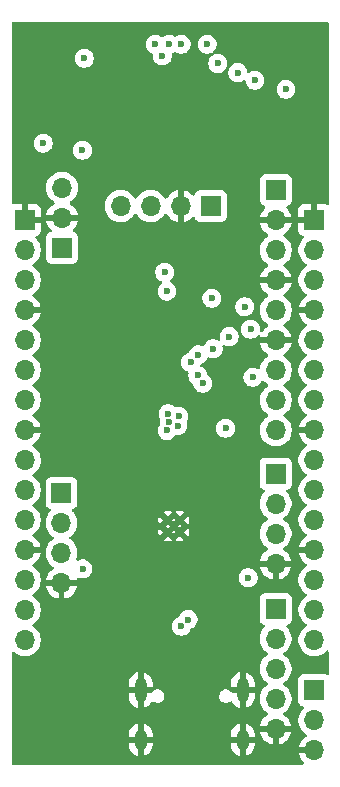
<source format=gbr>
%TF.GenerationSoftware,KiCad,Pcbnew,9.0.0*%
%TF.CreationDate,2025-04-24T12:01:06-04:00*%
%TF.ProjectId,Tiny4FSKGeneralShield,54696e79-3446-4534-9b47-656e6572616c,rev?*%
%TF.SameCoordinates,Original*%
%TF.FileFunction,Copper,L2,Inr*%
%TF.FilePolarity,Positive*%
%FSLAX46Y46*%
G04 Gerber Fmt 4.6, Leading zero omitted, Abs format (unit mm)*
G04 Created by KiCad (PCBNEW 9.0.0) date 2025-04-24 12:01:06*
%MOMM*%
%LPD*%
G01*
G04 APERTURE LIST*
%TA.AperFunction,ComponentPad*%
%ADD10R,1.700000X1.700000*%
%TD*%
%TA.AperFunction,ComponentPad*%
%ADD11O,1.700000X1.700000*%
%TD*%
%TA.AperFunction,HeatsinkPad*%
%ADD12O,1.000000X2.100000*%
%TD*%
%TA.AperFunction,HeatsinkPad*%
%ADD13O,1.000000X1.800000*%
%TD*%
%TA.AperFunction,ComponentPad*%
%ADD14C,0.600000*%
%TD*%
%TA.AperFunction,ViaPad*%
%ADD15C,0.600000*%
%TD*%
G04 APERTURE END LIST*
D10*
%TO.N,Earth*%
%TO.C,J17*%
X136500000Y-80260000D03*
D11*
%TO.N,SDA_5*%
X136500000Y-82800000D03*
%TO.N,SCL_5*%
X136500000Y-85340000D03*
%TO.N,Earth*%
X136500000Y-87880000D03*
%TO.N,MOSI_5*%
X136500000Y-90420000D03*
%TO.N,MISO_5*%
X136500000Y-92960000D03*
%TO.N,SCK_5*%
X136500000Y-95500000D03*
%TO.N,Earth*%
X136500000Y-98040000D03*
%TO.N,D12_5*%
X136500000Y-100580000D03*
%TO.N,D13_5*%
X136500000Y-103120000D03*
%TO.N,D38_5*%
X136500000Y-105660000D03*
%TO.N,Earth*%
X136500000Y-108200000D03*
%TO.N,A1_5*%
X136500000Y-110740000D03*
%TO.N,A2_5*%
X136500000Y-113280000D03*
%TO.N,GNDA*%
X136500000Y-115820000D03*
%TD*%
D12*
%TO.N,Earth*%
%TO.C,J2*%
X146307000Y-120070772D03*
D13*
X146307000Y-124250772D03*
D12*
X154947000Y-120070772D03*
D13*
X154947000Y-124250772D03*
%TD*%
D10*
%TO.N,Earth*%
%TO.C,J16*%
X161000000Y-80260000D03*
D11*
%TO.N,SDA*%
X161000000Y-82800000D03*
%TO.N,SCL*%
X161000000Y-85340000D03*
%TO.N,Earth*%
X161000000Y-87880000D03*
%TO.N,MOSI*%
X161000000Y-90420000D03*
%TO.N,MISO*%
X161000000Y-92960000D03*
%TO.N,SCK*%
X161000000Y-95500000D03*
%TO.N,Earth*%
X161000000Y-98040000D03*
%TO.N,D12*%
X161000000Y-100580000D03*
%TO.N,D13*%
X161000000Y-103120000D03*
%TO.N,D38*%
X161000000Y-105660000D03*
%TO.N,Earth*%
X161000000Y-108200000D03*
%TO.N,A1*%
X161000000Y-110740000D03*
%TO.N,A2*%
X161000000Y-113280000D03*
%TO.N,GNDA*%
X161000000Y-115820000D03*
%TD*%
D10*
%TO.N,+5V*%
%TO.C,J15*%
X161000000Y-120075000D03*
D11*
%TO.N,+3.3V*%
X161000000Y-122615000D03*
%TO.N,Earth*%
X161000000Y-125155000D03*
%TD*%
D14*
%TO.N,Earth*%
%TO.C,U3*%
X148602000Y-106675772D03*
X149602000Y-106675772D03*
X149102000Y-106175772D03*
X148602000Y-105675772D03*
X149602000Y-105675772D03*
%TD*%
D10*
%TO.N,+3.3V*%
%TO.C,J12*%
X152227000Y-79075772D03*
D11*
%TO.N,Earth*%
X149687000Y-79075772D03*
%TO.N,SCL*%
X147147000Y-79075772D03*
%TO.N,SDA*%
X144607000Y-79075772D03*
%TD*%
D10*
%TO.N,+5V*%
%TO.C,J7*%
X139641431Y-82602929D03*
D11*
%TO.N,Earth*%
X139641431Y-80062929D03*
%TO.N,+3.3V*%
X139641431Y-77522929D03*
%TD*%
D10*
%TO.N,D+*%
%TO.C,J8*%
X139597000Y-103360772D03*
D11*
%TO.N,D-*%
X139597000Y-105900772D03*
%TO.N,+3.3V*%
X139597000Y-108440772D03*
%TO.N,Earth*%
X139597000Y-110980772D03*
%TD*%
D10*
%TO.N,D38*%
%TO.C,J4*%
X157747000Y-77730772D03*
D11*
%TO.N,Earth*%
X157747000Y-80270772D03*
%TO.N,D12*%
X157747000Y-82810772D03*
%TO.N,Earth*%
X157747000Y-85350772D03*
%TO.N,D13*%
X157747000Y-87890772D03*
%TO.N,Earth*%
X157747000Y-90430772D03*
%TO.N,A1*%
X157747000Y-92970772D03*
%TO.N,GNDA*%
X157747000Y-95510772D03*
%TO.N,A2*%
X157747000Y-98050772D03*
%TD*%
D10*
%TO.N,+3.3V*%
%TO.C,J6*%
X157727000Y-113175772D03*
D11*
%TO.N,MOSI*%
X157727000Y-115715772D03*
%TO.N,MISO*%
X157727000Y-118255772D03*
%TO.N,SCK*%
X157727000Y-120795772D03*
%TO.N,Earth*%
X157727000Y-123335772D03*
%TD*%
D10*
%TO.N,+3.3V*%
%TO.C,J3*%
X157727000Y-101740772D03*
D11*
%TO.N,SDA*%
X157727000Y-104280772D03*
%TO.N,SCL*%
X157727000Y-106820772D03*
%TO.N,Earth*%
X157727000Y-109360772D03*
%TD*%
D15*
%TO.N,Earth*%
X161527000Y-75575772D03*
X152627000Y-73975772D03*
X151827000Y-105975772D03*
X145127000Y-117275772D03*
X143300000Y-86000000D03*
X137527000Y-121375772D03*
X152543667Y-124275772D03*
X141600000Y-97300000D03*
X161527000Y-70209106D03*
X136127000Y-77964661D03*
X142327000Y-68275772D03*
X148127000Y-124275772D03*
X145327000Y-102575772D03*
X149800000Y-82800000D03*
X135927000Y-121375772D03*
X151660333Y-124275772D03*
X161527000Y-73786883D03*
X153500000Y-102600000D03*
X136127000Y-67231328D03*
X145327000Y-101175772D03*
X140527000Y-64075772D03*
X146927000Y-105875772D03*
X157527000Y-71675772D03*
X149893667Y-124275772D03*
X161527000Y-66631328D03*
X145327000Y-99775772D03*
X149000000Y-92900000D03*
X144727000Y-110975772D03*
X145627000Y-71875772D03*
X147427000Y-71875772D03*
X144127000Y-74675772D03*
X144727000Y-111675772D03*
X145327000Y-100475772D03*
X151827000Y-106675772D03*
X149427000Y-71875772D03*
X138927000Y-119675772D03*
X150827000Y-65675772D03*
X153107234Y-100031385D03*
X153427000Y-124275772D03*
X150777000Y-124275772D03*
X146227000Y-84075772D03*
X154250000Y-112400000D03*
X150800000Y-103200000D03*
X145327000Y-101875772D03*
X149010333Y-124275772D03*
X161527000Y-68420217D03*
X143727000Y-72875772D03*
X152627000Y-73275772D03*
X146227000Y-115875772D03*
X161527000Y-77364661D03*
X144727000Y-112375772D03*
X139800000Y-124950000D03*
X140400000Y-115500000D03*
X152227000Y-114175772D03*
X152427000Y-82175772D03*
X154327000Y-115875772D03*
X144127000Y-66275772D03*
X142500000Y-93700000D03*
X135927000Y-119586883D03*
%TO.N,+5V*%
X149527000Y-96875772D03*
X148708325Y-97361558D03*
X155400000Y-110550000D03*
X148527000Y-98075772D03*
X148627000Y-96665772D03*
X149427000Y-97675772D03*
%TO.N,D38*%
X151175518Y-91675000D03*
X148127000Y-66375772D03*
%TO.N,SCK*%
X149727000Y-65375772D03*
X153800000Y-90125000D03*
X155800000Y-93575000D03*
%TO.N,MOSI*%
X147527000Y-65375772D03*
%TO.N,+3.3V*%
X141527000Y-66575772D03*
X158602000Y-69198792D03*
X148527000Y-86275772D03*
X148727000Y-65375772D03*
%TO.N,MISO*%
X151125000Y-93416209D03*
X155600000Y-89500000D03*
X151927000Y-65375772D03*
%TO.N,D-*%
X149752427Y-114647573D03*
%TO.N,D+*%
X150318114Y-114081886D03*
%TO.N,SCL*%
X151566942Y-94083058D03*
X155978596Y-68427368D03*
X155100000Y-87600000D03*
%TO.N,D13*%
X152827000Y-67000772D03*
%TO.N,A1*%
X150527000Y-92300000D03*
X148327000Y-84675772D03*
%TO.N,D12*%
X152441942Y-91158058D03*
X152327000Y-86875772D03*
X154527000Y-67775772D03*
%TO.N,A2*%
X153487765Y-97888007D03*
%TO.N,A1_5*%
X141400000Y-109800000D03*
%TO.N,GNDA*%
X138050000Y-73750000D03*
X141375000Y-74350000D03*
%TD*%
%TA.AperFunction,Conductor*%
%TO.N,Earth*%
G36*
X162169539Y-63495957D02*
G01*
X162215294Y-63548761D01*
X162226500Y-63600272D01*
X162226500Y-78838185D01*
X162206815Y-78905224D01*
X162154011Y-78950979D01*
X162084853Y-78960923D01*
X162059167Y-78954367D01*
X161957380Y-78916403D01*
X161957372Y-78916401D01*
X161897844Y-78910000D01*
X161250000Y-78910000D01*
X161250000Y-79826988D01*
X161192993Y-79794075D01*
X161065826Y-79760000D01*
X160934174Y-79760000D01*
X160807007Y-79794075D01*
X160750000Y-79826988D01*
X160750000Y-78910000D01*
X160102155Y-78910000D01*
X160042627Y-78916401D01*
X160042620Y-78916403D01*
X159907913Y-78966645D01*
X159907906Y-78966649D01*
X159792812Y-79052809D01*
X159792809Y-79052812D01*
X159706649Y-79167906D01*
X159706645Y-79167913D01*
X159656403Y-79302620D01*
X159656401Y-79302627D01*
X159650000Y-79362155D01*
X159650000Y-80010000D01*
X160566988Y-80010000D01*
X160534075Y-80067007D01*
X160500000Y-80194174D01*
X160500000Y-80325826D01*
X160534075Y-80452993D01*
X160566988Y-80510000D01*
X159650000Y-80510000D01*
X159650000Y-81157844D01*
X159656401Y-81217372D01*
X159656403Y-81217379D01*
X159706645Y-81352086D01*
X159706649Y-81352093D01*
X159792809Y-81467187D01*
X159792812Y-81467190D01*
X159907906Y-81553350D01*
X159907913Y-81553354D01*
X160039470Y-81602422D01*
X160095404Y-81644293D01*
X160119821Y-81709758D01*
X160104969Y-81778031D01*
X160083819Y-81806285D01*
X159969889Y-81920215D01*
X159844951Y-82092179D01*
X159748444Y-82281585D01*
X159682753Y-82483760D01*
X159649500Y-82693713D01*
X159649500Y-82906286D01*
X159682753Y-83116239D01*
X159748444Y-83318414D01*
X159844951Y-83507820D01*
X159969890Y-83679786D01*
X160120213Y-83830109D01*
X160292182Y-83955050D01*
X160300946Y-83959516D01*
X160351742Y-84007491D01*
X160368536Y-84075312D01*
X160345998Y-84141447D01*
X160300946Y-84180484D01*
X160292182Y-84184949D01*
X160120213Y-84309890D01*
X159969890Y-84460213D01*
X159844951Y-84632179D01*
X159748444Y-84821585D01*
X159748443Y-84821587D01*
X159748443Y-84821588D01*
X159727889Y-84884847D01*
X159682753Y-85023760D01*
X159649500Y-85233713D01*
X159649500Y-85446286D01*
X159682395Y-85653981D01*
X159682754Y-85656243D01*
X159718248Y-85765483D01*
X159748444Y-85858414D01*
X159844951Y-86047820D01*
X159969890Y-86219786D01*
X160120213Y-86370109D01*
X160292179Y-86495048D01*
X160292181Y-86495049D01*
X160292184Y-86495051D01*
X160301493Y-86499794D01*
X160352290Y-86547766D01*
X160369087Y-86615587D01*
X160346552Y-86681722D01*
X160301502Y-86720762D01*
X160292443Y-86725378D01*
X160120540Y-86850272D01*
X160120535Y-86850276D01*
X159970276Y-87000535D01*
X159970272Y-87000540D01*
X159845379Y-87172442D01*
X159748904Y-87361782D01*
X159683242Y-87563870D01*
X159683242Y-87563873D01*
X159672769Y-87630000D01*
X160566988Y-87630000D01*
X160534075Y-87687007D01*
X160500000Y-87814174D01*
X160500000Y-87945826D01*
X160534075Y-88072993D01*
X160566988Y-88130000D01*
X159672769Y-88130000D01*
X159683242Y-88196126D01*
X159683242Y-88196129D01*
X159748904Y-88398217D01*
X159845379Y-88587557D01*
X159970272Y-88759459D01*
X159970276Y-88759464D01*
X160120535Y-88909723D01*
X160120540Y-88909727D01*
X160292444Y-89034622D01*
X160301495Y-89039234D01*
X160352292Y-89087208D01*
X160369087Y-89155029D01*
X160346550Y-89221164D01*
X160301499Y-89260202D01*
X160292182Y-89264949D01*
X160120213Y-89389890D01*
X159969890Y-89540213D01*
X159844951Y-89712179D01*
X159748444Y-89901585D01*
X159748443Y-89901587D01*
X159748443Y-89901588D01*
X159727889Y-89964847D01*
X159682753Y-90103760D01*
X159666022Y-90209397D01*
X159649500Y-90313713D01*
X159649500Y-90526287D01*
X159682754Y-90736243D01*
X159744247Y-90925499D01*
X159748444Y-90938414D01*
X159844951Y-91127820D01*
X159969890Y-91299786D01*
X160120213Y-91450109D01*
X160292182Y-91575050D01*
X160300946Y-91579516D01*
X160351742Y-91627491D01*
X160368536Y-91695312D01*
X160345998Y-91761447D01*
X160300946Y-91800484D01*
X160292182Y-91804949D01*
X160120213Y-91929890D01*
X159969890Y-92080213D01*
X159844951Y-92252179D01*
X159748444Y-92441585D01*
X159682753Y-92643760D01*
X159672766Y-92706818D01*
X159649500Y-92853713D01*
X159649500Y-93066287D01*
X159682754Y-93276243D01*
X159720324Y-93391872D01*
X159748444Y-93478414D01*
X159844951Y-93667820D01*
X159969890Y-93839786D01*
X160120213Y-93990109D01*
X160292182Y-94115050D01*
X160300946Y-94119516D01*
X160351742Y-94167491D01*
X160368536Y-94235312D01*
X160345998Y-94301447D01*
X160300946Y-94340484D01*
X160292182Y-94344949D01*
X160120213Y-94469890D01*
X159969890Y-94620213D01*
X159844951Y-94792179D01*
X159748444Y-94981585D01*
X159682753Y-95183760D01*
X159681047Y-95194532D01*
X159649500Y-95393713D01*
X159649500Y-95606287D01*
X159682754Y-95816243D01*
X159708680Y-95896036D01*
X159748444Y-96018414D01*
X159844951Y-96207820D01*
X159969890Y-96379786D01*
X160120213Y-96530109D01*
X160292179Y-96655048D01*
X160292181Y-96655049D01*
X160292184Y-96655051D01*
X160301493Y-96659794D01*
X160352290Y-96707766D01*
X160369087Y-96775587D01*
X160346552Y-96841722D01*
X160301502Y-96880762D01*
X160292443Y-96885378D01*
X160120540Y-97010272D01*
X160120535Y-97010276D01*
X159970276Y-97160535D01*
X159970272Y-97160540D01*
X159845379Y-97332442D01*
X159748904Y-97521782D01*
X159683242Y-97723870D01*
X159683242Y-97723873D01*
X159672769Y-97790000D01*
X160566988Y-97790000D01*
X160534075Y-97847007D01*
X160500000Y-97974174D01*
X160500000Y-98105826D01*
X160534075Y-98232993D01*
X160566988Y-98290000D01*
X159672769Y-98290000D01*
X159683242Y-98356126D01*
X159683242Y-98356129D01*
X159748904Y-98558217D01*
X159845379Y-98747557D01*
X159970272Y-98919459D01*
X159970276Y-98919464D01*
X160120535Y-99069723D01*
X160120540Y-99069727D01*
X160292444Y-99194622D01*
X160301495Y-99199234D01*
X160352292Y-99247208D01*
X160369087Y-99315029D01*
X160346550Y-99381164D01*
X160301499Y-99420202D01*
X160292182Y-99424949D01*
X160120213Y-99549890D01*
X159969890Y-99700213D01*
X159844951Y-99872179D01*
X159748444Y-100061585D01*
X159682753Y-100263760D01*
X159649500Y-100473713D01*
X159649500Y-100686286D01*
X159682753Y-100896239D01*
X159748444Y-101098414D01*
X159844951Y-101287820D01*
X159969890Y-101459786D01*
X160120213Y-101610109D01*
X160292182Y-101735050D01*
X160300946Y-101739516D01*
X160351742Y-101787491D01*
X160368536Y-101855312D01*
X160345998Y-101921447D01*
X160300946Y-101960484D01*
X160292182Y-101964949D01*
X160120213Y-102089890D01*
X159969890Y-102240213D01*
X159844951Y-102412179D01*
X159748444Y-102601585D01*
X159682753Y-102803760D01*
X159649500Y-103013713D01*
X159649500Y-103226286D01*
X159677169Y-103400985D01*
X159682754Y-103436243D01*
X159727173Y-103572951D01*
X159748444Y-103638414D01*
X159844951Y-103827820D01*
X159969890Y-103999786D01*
X160120213Y-104150109D01*
X160292182Y-104275050D01*
X160300946Y-104279516D01*
X160351742Y-104327491D01*
X160368536Y-104395312D01*
X160345998Y-104461447D01*
X160300946Y-104500484D01*
X160292182Y-104504949D01*
X160120213Y-104629890D01*
X159969890Y-104780213D01*
X159844951Y-104952179D01*
X159748444Y-105141585D01*
X159682753Y-105343760D01*
X159649500Y-105553713D01*
X159649500Y-105766286D01*
X159677169Y-105940985D01*
X159682754Y-105976243D01*
X159747585Y-106175772D01*
X159748444Y-106178414D01*
X159844951Y-106367820D01*
X159969890Y-106539786D01*
X160120213Y-106690109D01*
X160292179Y-106815048D01*
X160292181Y-106815049D01*
X160292184Y-106815051D01*
X160301493Y-106819794D01*
X160352290Y-106867766D01*
X160369087Y-106935587D01*
X160346552Y-107001722D01*
X160301502Y-107040762D01*
X160292443Y-107045378D01*
X160120540Y-107170272D01*
X160120535Y-107170276D01*
X159970276Y-107320535D01*
X159970272Y-107320540D01*
X159845379Y-107492442D01*
X159748904Y-107681782D01*
X159683242Y-107883870D01*
X159683242Y-107883873D01*
X159672769Y-107950000D01*
X160566988Y-107950000D01*
X160534075Y-108007007D01*
X160500000Y-108134174D01*
X160500000Y-108265826D01*
X160534075Y-108392993D01*
X160566988Y-108450000D01*
X159672769Y-108450000D01*
X159683242Y-108516126D01*
X159683242Y-108516129D01*
X159748904Y-108718217D01*
X159845379Y-108907557D01*
X159970272Y-109079459D01*
X159970276Y-109079464D01*
X160120535Y-109229723D01*
X160120540Y-109229727D01*
X160292444Y-109354622D01*
X160301495Y-109359234D01*
X160352292Y-109407208D01*
X160369087Y-109475029D01*
X160346550Y-109541164D01*
X160301499Y-109580202D01*
X160292182Y-109584949D01*
X160120213Y-109709890D01*
X159969890Y-109860213D01*
X159844951Y-110032179D01*
X159748444Y-110221585D01*
X159748443Y-110221587D01*
X159748443Y-110221588D01*
X159742384Y-110240236D01*
X159682753Y-110423760D01*
X159649500Y-110633713D01*
X159649500Y-110846286D01*
X159682753Y-111056239D01*
X159682753Y-111056241D01*
X159682754Y-111056243D01*
X159739462Y-111230772D01*
X159748444Y-111258414D01*
X159844951Y-111447820D01*
X159969890Y-111619786D01*
X160120213Y-111770109D01*
X160292182Y-111895050D01*
X160300946Y-111899516D01*
X160351742Y-111947491D01*
X160368536Y-112015312D01*
X160345998Y-112081447D01*
X160300946Y-112120484D01*
X160292182Y-112124949D01*
X160120213Y-112249890D01*
X159969890Y-112400213D01*
X159844951Y-112572179D01*
X159748444Y-112761585D01*
X159682753Y-112963760D01*
X159649500Y-113173713D01*
X159649500Y-113386286D01*
X159678849Y-113571593D01*
X159682754Y-113596243D01*
X159717348Y-113702713D01*
X159748444Y-113798414D01*
X159844951Y-113987820D01*
X159969890Y-114159786D01*
X160120213Y-114310109D01*
X160292182Y-114435050D01*
X160300946Y-114439516D01*
X160351742Y-114487491D01*
X160368536Y-114555312D01*
X160345998Y-114621447D01*
X160300946Y-114660484D01*
X160292182Y-114664949D01*
X160120213Y-114789890D01*
X159969890Y-114940213D01*
X159844951Y-115112179D01*
X159748444Y-115301585D01*
X159682753Y-115503760D01*
X159649500Y-115713713D01*
X159649500Y-115926286D01*
X159682753Y-116136239D01*
X159748444Y-116338414D01*
X159844951Y-116527820D01*
X159969890Y-116699786D01*
X160120213Y-116850109D01*
X160292179Y-116975048D01*
X160292181Y-116975049D01*
X160292184Y-116975051D01*
X160481588Y-117071557D01*
X160683757Y-117137246D01*
X160893713Y-117170500D01*
X160893714Y-117170500D01*
X161106286Y-117170500D01*
X161106287Y-117170500D01*
X161316243Y-117137246D01*
X161518412Y-117071557D01*
X161707816Y-116975051D01*
X161801814Y-116906758D01*
X161879786Y-116850109D01*
X161879788Y-116850106D01*
X161879792Y-116850104D01*
X162014819Y-116715077D01*
X162076142Y-116681592D01*
X162145834Y-116686576D01*
X162201767Y-116728448D01*
X162226184Y-116793912D01*
X162226500Y-116802758D01*
X162226500Y-118652652D01*
X162206815Y-118719691D01*
X162154011Y-118765446D01*
X162084853Y-118775390D01*
X162059167Y-118768834D01*
X161957482Y-118730908D01*
X161957483Y-118730908D01*
X161897883Y-118724501D01*
X161897881Y-118724500D01*
X161897873Y-118724500D01*
X161897864Y-118724500D01*
X160102129Y-118724500D01*
X160102123Y-118724501D01*
X160042516Y-118730908D01*
X159907671Y-118781202D01*
X159907664Y-118781206D01*
X159792455Y-118867452D01*
X159792452Y-118867455D01*
X159706206Y-118982664D01*
X159706202Y-118982671D01*
X159655908Y-119117517D01*
X159649501Y-119177116D01*
X159649500Y-119177135D01*
X159649500Y-120972870D01*
X159649501Y-120972876D01*
X159655908Y-121032483D01*
X159706202Y-121167328D01*
X159706206Y-121167335D01*
X159792452Y-121282544D01*
X159792455Y-121282547D01*
X159907664Y-121368793D01*
X159907671Y-121368797D01*
X160039082Y-121417810D01*
X160095016Y-121459681D01*
X160119433Y-121525145D01*
X160104582Y-121593418D01*
X160083431Y-121621673D01*
X159969889Y-121735215D01*
X159844951Y-121907179D01*
X159748444Y-122096585D01*
X159682753Y-122298760D01*
X159649500Y-122508713D01*
X159649500Y-122721286D01*
X159674781Y-122880908D01*
X159682754Y-122931243D01*
X159729146Y-123074023D01*
X159748444Y-123133414D01*
X159844951Y-123322820D01*
X159969890Y-123494786D01*
X160120213Y-123645109D01*
X160292179Y-123770048D01*
X160292181Y-123770049D01*
X160292184Y-123770051D01*
X160301493Y-123774794D01*
X160352290Y-123822766D01*
X160369087Y-123890587D01*
X160346552Y-123956722D01*
X160301502Y-123995762D01*
X160292443Y-124000378D01*
X160120540Y-124125272D01*
X160120535Y-124125276D01*
X159970276Y-124275535D01*
X159970272Y-124275540D01*
X159845379Y-124447442D01*
X159748904Y-124636782D01*
X159683242Y-124838870D01*
X159683242Y-124838873D01*
X159672769Y-124905000D01*
X160566988Y-124905000D01*
X160534075Y-124962007D01*
X160500000Y-125089174D01*
X160500000Y-125220826D01*
X160534075Y-125347993D01*
X160566988Y-125405000D01*
X159672769Y-125405000D01*
X159683242Y-125471126D01*
X159683242Y-125471129D01*
X159748904Y-125673217D01*
X159845379Y-125862557D01*
X159970272Y-126034459D01*
X159970276Y-126034464D01*
X160099403Y-126163591D01*
X160132888Y-126224914D01*
X160127904Y-126294606D01*
X160086032Y-126350539D01*
X160020568Y-126374956D01*
X160011722Y-126375272D01*
X135501500Y-126375272D01*
X135434461Y-126355587D01*
X135388706Y-126302783D01*
X135377500Y-126251272D01*
X135377500Y-123752276D01*
X145307000Y-123752276D01*
X145307000Y-124000772D01*
X146007000Y-124000772D01*
X146007000Y-124500772D01*
X145307000Y-124500772D01*
X145307000Y-124749267D01*
X145345427Y-124942453D01*
X145345430Y-124942465D01*
X145420807Y-125124443D01*
X145420814Y-125124456D01*
X145530248Y-125288234D01*
X145530251Y-125288238D01*
X145669533Y-125427520D01*
X145669537Y-125427523D01*
X145833315Y-125536957D01*
X145833328Y-125536964D01*
X146015308Y-125612341D01*
X146057000Y-125620634D01*
X146057000Y-124817760D01*
X146066940Y-124834977D01*
X146122795Y-124890832D01*
X146191204Y-124930328D01*
X146267504Y-124950772D01*
X146346496Y-124950772D01*
X146422796Y-124930328D01*
X146491205Y-124890832D01*
X146547060Y-124834977D01*
X146557000Y-124817760D01*
X146557000Y-125620634D01*
X146598690Y-125612341D01*
X146598692Y-125612341D01*
X146780671Y-125536964D01*
X146780684Y-125536957D01*
X146944462Y-125427523D01*
X146944466Y-125427520D01*
X147083748Y-125288238D01*
X147083751Y-125288234D01*
X147193185Y-125124456D01*
X147193192Y-125124443D01*
X147268569Y-124942465D01*
X147268572Y-124942453D01*
X147306999Y-124749267D01*
X147307000Y-124749264D01*
X147307000Y-124500772D01*
X146607000Y-124500772D01*
X146607000Y-124000772D01*
X147307000Y-124000772D01*
X147307000Y-123752280D01*
X147306999Y-123752276D01*
X153947000Y-123752276D01*
X153947000Y-124000772D01*
X154647000Y-124000772D01*
X154647000Y-124500772D01*
X153947000Y-124500772D01*
X153947000Y-124749267D01*
X153985427Y-124942453D01*
X153985430Y-124942465D01*
X154060807Y-125124443D01*
X154060814Y-125124456D01*
X154170248Y-125288234D01*
X154170251Y-125288238D01*
X154309533Y-125427520D01*
X154309537Y-125427523D01*
X154473315Y-125536957D01*
X154473328Y-125536964D01*
X154655308Y-125612341D01*
X154697000Y-125620634D01*
X154697000Y-124817760D01*
X154706940Y-124834977D01*
X154762795Y-124890832D01*
X154831204Y-124930328D01*
X154907504Y-124950772D01*
X154986496Y-124950772D01*
X155062796Y-124930328D01*
X155131205Y-124890832D01*
X155187060Y-124834977D01*
X155197000Y-124817760D01*
X155197000Y-125620634D01*
X155238690Y-125612341D01*
X155238692Y-125612341D01*
X155420671Y-125536964D01*
X155420684Y-125536957D01*
X155584462Y-125427523D01*
X155584466Y-125427520D01*
X155723748Y-125288238D01*
X155723751Y-125288234D01*
X155833185Y-125124456D01*
X155833192Y-125124443D01*
X155908569Y-124942465D01*
X155908572Y-124942453D01*
X155946999Y-124749267D01*
X155947000Y-124749264D01*
X155947000Y-124500772D01*
X155247000Y-124500772D01*
X155247000Y-124000772D01*
X155947000Y-124000772D01*
X155947000Y-123752280D01*
X155946999Y-123752276D01*
X155911320Y-123572899D01*
X155908572Y-123559087D01*
X155908569Y-123559078D01*
X155833192Y-123377100D01*
X155833185Y-123377087D01*
X155723751Y-123213309D01*
X155723748Y-123213305D01*
X155584466Y-123074023D01*
X155584462Y-123074020D01*
X155420684Y-122964586D01*
X155420671Y-122964579D01*
X155238691Y-122889201D01*
X155238683Y-122889199D01*
X155197000Y-122880907D01*
X155197000Y-123683783D01*
X155187060Y-123666567D01*
X155131205Y-123610712D01*
X155062796Y-123571216D01*
X154986496Y-123550772D01*
X154907504Y-123550772D01*
X154831204Y-123571216D01*
X154762795Y-123610712D01*
X154706940Y-123666567D01*
X154697000Y-123683783D01*
X154697000Y-122880908D01*
X154696999Y-122880907D01*
X154655316Y-122889199D01*
X154655308Y-122889201D01*
X154473328Y-122964579D01*
X154473315Y-122964586D01*
X154309537Y-123074020D01*
X154309533Y-123074023D01*
X154170251Y-123213305D01*
X154170248Y-123213309D01*
X154060814Y-123377087D01*
X154060807Y-123377100D01*
X153985430Y-123559078D01*
X153985427Y-123559090D01*
X153947000Y-123752276D01*
X147306999Y-123752276D01*
X147268572Y-123559090D01*
X147268569Y-123559078D01*
X147193192Y-123377100D01*
X147193185Y-123377087D01*
X147083751Y-123213309D01*
X147083748Y-123213305D01*
X146944466Y-123074023D01*
X146944462Y-123074020D01*
X146780684Y-122964586D01*
X146780671Y-122964579D01*
X146598691Y-122889201D01*
X146598683Y-122889199D01*
X146557000Y-122880907D01*
X146557000Y-123683783D01*
X146547060Y-123666567D01*
X146491205Y-123610712D01*
X146422796Y-123571216D01*
X146346496Y-123550772D01*
X146267504Y-123550772D01*
X146191204Y-123571216D01*
X146122795Y-123610712D01*
X146066940Y-123666567D01*
X146057000Y-123683783D01*
X146057000Y-122880908D01*
X146056999Y-122880907D01*
X146015316Y-122889199D01*
X146015308Y-122889201D01*
X145833328Y-122964579D01*
X145833315Y-122964586D01*
X145669537Y-123074020D01*
X145669533Y-123074023D01*
X145530251Y-123213305D01*
X145530248Y-123213309D01*
X145420814Y-123377087D01*
X145420807Y-123377100D01*
X145345430Y-123559078D01*
X145345427Y-123559090D01*
X145307000Y-123752276D01*
X135377500Y-123752276D01*
X135377500Y-119422276D01*
X145307000Y-119422276D01*
X145307000Y-119820772D01*
X146007000Y-119820772D01*
X146007000Y-120320772D01*
X145307000Y-120320772D01*
X145307000Y-120719267D01*
X145345427Y-120912453D01*
X145345430Y-120912465D01*
X145420807Y-121094443D01*
X145420814Y-121094456D01*
X145530248Y-121258234D01*
X145530251Y-121258238D01*
X145669533Y-121397520D01*
X145669537Y-121397523D01*
X145833315Y-121506957D01*
X145833328Y-121506964D01*
X146015308Y-121582341D01*
X146057000Y-121590634D01*
X146057000Y-120787760D01*
X146066940Y-120804977D01*
X146122795Y-120860832D01*
X146191204Y-120900328D01*
X146267504Y-120920772D01*
X146346496Y-120920772D01*
X146422796Y-120900328D01*
X146491205Y-120860832D01*
X146547060Y-120804977D01*
X146557000Y-120787760D01*
X146557000Y-121590634D01*
X146598690Y-121582341D01*
X146598692Y-121582341D01*
X146780671Y-121506964D01*
X146780684Y-121506957D01*
X146944462Y-121397523D01*
X146944466Y-121397520D01*
X147083748Y-121258238D01*
X147083751Y-121258234D01*
X147193185Y-121094456D01*
X147193186Y-121094454D01*
X147197129Y-121084935D01*
X147240968Y-121030529D01*
X147307261Y-121008461D01*
X147374961Y-121025737D01*
X147380400Y-121029419D01*
X147383634Y-121031286D01*
X147383635Y-121031287D01*
X147514865Y-121107053D01*
X147661234Y-121146272D01*
X147661236Y-121146272D01*
X147812764Y-121146272D01*
X147812766Y-121146272D01*
X147959135Y-121107053D01*
X148090365Y-121031287D01*
X148197515Y-120924137D01*
X148273281Y-120792907D01*
X148312500Y-120646538D01*
X148312500Y-120495006D01*
X152941500Y-120495006D01*
X152941500Y-120646538D01*
X152960987Y-120719264D01*
X152980719Y-120792908D01*
X153018602Y-120858522D01*
X153056485Y-120924137D01*
X153163635Y-121031287D01*
X153294865Y-121107053D01*
X153441234Y-121146272D01*
X153441236Y-121146272D01*
X153592764Y-121146272D01*
X153592766Y-121146272D01*
X153739135Y-121107053D01*
X153870365Y-121031287D01*
X153870366Y-121031285D01*
X153877403Y-121027223D01*
X153878676Y-121029428D01*
X153931956Y-121008815D01*
X154000405Y-121022835D01*
X154050407Y-121071636D01*
X154056867Y-121084929D01*
X154060809Y-121094446D01*
X154060814Y-121094456D01*
X154170248Y-121258234D01*
X154170251Y-121258238D01*
X154309533Y-121397520D01*
X154309537Y-121397523D01*
X154473315Y-121506957D01*
X154473328Y-121506964D01*
X154655308Y-121582341D01*
X154697000Y-121590634D01*
X154697000Y-120787760D01*
X154706940Y-120804977D01*
X154762795Y-120860832D01*
X154831204Y-120900328D01*
X154907504Y-120920772D01*
X154986496Y-120920772D01*
X155062796Y-120900328D01*
X155131205Y-120860832D01*
X155187060Y-120804977D01*
X155197000Y-120787760D01*
X155197000Y-121590634D01*
X155238690Y-121582341D01*
X155238692Y-121582341D01*
X155420671Y-121506964D01*
X155420684Y-121506957D01*
X155584462Y-121397523D01*
X155584466Y-121397520D01*
X155723748Y-121258238D01*
X155723751Y-121258234D01*
X155833185Y-121094456D01*
X155833192Y-121094443D01*
X155908569Y-120912465D01*
X155908572Y-120912453D01*
X155946999Y-120719267D01*
X155947000Y-120719264D01*
X155947000Y-120320772D01*
X155247000Y-120320772D01*
X155247000Y-119820772D01*
X155947000Y-119820772D01*
X155947000Y-119422280D01*
X155946999Y-119422276D01*
X155908572Y-119229090D01*
X155908569Y-119229078D01*
X155833192Y-119047100D01*
X155833185Y-119047087D01*
X155723751Y-118883309D01*
X155723748Y-118883305D01*
X155584466Y-118744023D01*
X155584462Y-118744020D01*
X155420684Y-118634586D01*
X155420671Y-118634579D01*
X155238691Y-118559201D01*
X155238683Y-118559199D01*
X155197000Y-118550907D01*
X155197000Y-119353783D01*
X155187060Y-119336567D01*
X155131205Y-119280712D01*
X155062796Y-119241216D01*
X154986496Y-119220772D01*
X154907504Y-119220772D01*
X154831204Y-119241216D01*
X154762795Y-119280712D01*
X154706940Y-119336567D01*
X154697000Y-119353783D01*
X154697000Y-118550908D01*
X154696999Y-118550907D01*
X154655316Y-118559199D01*
X154655308Y-118559201D01*
X154473328Y-118634579D01*
X154473315Y-118634586D01*
X154309537Y-118744020D01*
X154309533Y-118744023D01*
X154170251Y-118883305D01*
X154170248Y-118883309D01*
X154060814Y-119047087D01*
X154060807Y-119047100D01*
X153985430Y-119229078D01*
X153985427Y-119229090D01*
X153947000Y-119422276D01*
X153947000Y-119820772D01*
X154647000Y-119820772D01*
X154647000Y-120320772D01*
X154108784Y-120320772D01*
X154041745Y-120301087D01*
X154001397Y-120258772D01*
X153977515Y-120217407D01*
X153870365Y-120110257D01*
X153804750Y-120072374D01*
X153739136Y-120034491D01*
X153665950Y-120014881D01*
X153592766Y-119995272D01*
X153441234Y-119995272D01*
X153294863Y-120034491D01*
X153163635Y-120110257D01*
X153163632Y-120110259D01*
X153056487Y-120217404D01*
X153056485Y-120217407D01*
X152980719Y-120348635D01*
X152945647Y-120479529D01*
X152941500Y-120495006D01*
X148312500Y-120495006D01*
X148273281Y-120348637D01*
X148197515Y-120217407D01*
X148090365Y-120110257D01*
X148024750Y-120072374D01*
X147959136Y-120034491D01*
X147885950Y-120014881D01*
X147812766Y-119995272D01*
X147661234Y-119995272D01*
X147514863Y-120034491D01*
X147383635Y-120110257D01*
X147383632Y-120110259D01*
X147276487Y-120217404D01*
X147276483Y-120217410D01*
X147252603Y-120258772D01*
X147202036Y-120306988D01*
X147145216Y-120320772D01*
X146607000Y-120320772D01*
X146607000Y-119820772D01*
X147307000Y-119820772D01*
X147307000Y-119422280D01*
X147306999Y-119422276D01*
X147268572Y-119229090D01*
X147268569Y-119229078D01*
X147193192Y-119047100D01*
X147193185Y-119047087D01*
X147083751Y-118883309D01*
X147083748Y-118883305D01*
X146944466Y-118744023D01*
X146944462Y-118744020D01*
X146780684Y-118634586D01*
X146780671Y-118634579D01*
X146598691Y-118559201D01*
X146598683Y-118559199D01*
X146557000Y-118550907D01*
X146557000Y-119353783D01*
X146547060Y-119336567D01*
X146491205Y-119280712D01*
X146422796Y-119241216D01*
X146346496Y-119220772D01*
X146267504Y-119220772D01*
X146191204Y-119241216D01*
X146122795Y-119280712D01*
X146066940Y-119336567D01*
X146057000Y-119353783D01*
X146057000Y-118550908D01*
X146056999Y-118550907D01*
X146015316Y-118559199D01*
X146015308Y-118559201D01*
X145833328Y-118634579D01*
X145833315Y-118634586D01*
X145669537Y-118744020D01*
X145669533Y-118744023D01*
X145530251Y-118883305D01*
X145530248Y-118883309D01*
X145420814Y-119047087D01*
X145420807Y-119047100D01*
X145345430Y-119229078D01*
X145345427Y-119229090D01*
X145307000Y-119422276D01*
X135377500Y-119422276D01*
X135377500Y-116906758D01*
X135397185Y-116839719D01*
X135449989Y-116793964D01*
X135519147Y-116784020D01*
X135582703Y-116813045D01*
X135589181Y-116819077D01*
X135620213Y-116850109D01*
X135792179Y-116975048D01*
X135792181Y-116975049D01*
X135792184Y-116975051D01*
X135981588Y-117071557D01*
X136183757Y-117137246D01*
X136393713Y-117170500D01*
X136393714Y-117170500D01*
X136606286Y-117170500D01*
X136606287Y-117170500D01*
X136816243Y-117137246D01*
X137018412Y-117071557D01*
X137207816Y-116975051D01*
X137301814Y-116906758D01*
X137379786Y-116850109D01*
X137379788Y-116850106D01*
X137379792Y-116850104D01*
X137530104Y-116699792D01*
X137530106Y-116699788D01*
X137530109Y-116699786D01*
X137655048Y-116527820D01*
X137655047Y-116527820D01*
X137655051Y-116527816D01*
X137751557Y-116338412D01*
X137817246Y-116136243D01*
X137850500Y-115926287D01*
X137850500Y-115713713D01*
X137817246Y-115503757D01*
X137751557Y-115301588D01*
X137655051Y-115112184D01*
X137655049Y-115112181D01*
X137655048Y-115112179D01*
X137530109Y-114940213D01*
X137379786Y-114789890D01*
X137211032Y-114667285D01*
X137211028Y-114667283D01*
X137207816Y-114664949D01*
X137196929Y-114659402D01*
X137194847Y-114658238D01*
X137171992Y-114634926D01*
X137148259Y-114612512D01*
X137147664Y-114610112D01*
X137145933Y-114608346D01*
X137139309Y-114576376D01*
X137137415Y-114568726D01*
X148951927Y-114568726D01*
X148951927Y-114726419D01*
X148982688Y-114881062D01*
X148982691Y-114881074D01*
X149043029Y-115026745D01*
X149043036Y-115026758D01*
X149130637Y-115157861D01*
X149130640Y-115157865D01*
X149242134Y-115269359D01*
X149242138Y-115269362D01*
X149373241Y-115356963D01*
X149373254Y-115356970D01*
X149518925Y-115417308D01*
X149518930Y-115417310D01*
X149673580Y-115448072D01*
X149673583Y-115448073D01*
X149673585Y-115448073D01*
X149831271Y-115448073D01*
X149831272Y-115448072D01*
X149985924Y-115417310D01*
X150131606Y-115356967D01*
X150262716Y-115269362D01*
X150374216Y-115157862D01*
X150461821Y-115026752D01*
X150461822Y-115026749D01*
X150461824Y-115026746D01*
X150511133Y-114907701D01*
X150554973Y-114853297D01*
X150578242Y-114840592D01*
X150697287Y-114791283D01*
X150697290Y-114791281D01*
X150697293Y-114791280D01*
X150828403Y-114703675D01*
X150939903Y-114592175D01*
X151027508Y-114461065D01*
X151087851Y-114315383D01*
X151118614Y-114160728D01*
X151118614Y-114003044D01*
X151118614Y-114003041D01*
X151118613Y-114003039D01*
X151093375Y-113876161D01*
X151087851Y-113848389D01*
X151067150Y-113798412D01*
X151027511Y-113702713D01*
X151027504Y-113702700D01*
X150939903Y-113571597D01*
X150939900Y-113571593D01*
X150828406Y-113460099D01*
X150828402Y-113460096D01*
X150697299Y-113372495D01*
X150697286Y-113372488D01*
X150551615Y-113312150D01*
X150551603Y-113312147D01*
X150396959Y-113281386D01*
X150396956Y-113281386D01*
X150239272Y-113281386D01*
X150239269Y-113281386D01*
X150084624Y-113312147D01*
X150084612Y-113312150D01*
X149938941Y-113372488D01*
X149938928Y-113372495D01*
X149807825Y-113460096D01*
X149807821Y-113460099D01*
X149696327Y-113571593D01*
X149696324Y-113571597D01*
X149608723Y-113702700D01*
X149608718Y-113702710D01*
X149559407Y-113821758D01*
X149515566Y-113876161D01*
X149492299Y-113888866D01*
X149373251Y-113938177D01*
X149373241Y-113938182D01*
X149242138Y-114025783D01*
X149242134Y-114025786D01*
X149130640Y-114137280D01*
X149130637Y-114137284D01*
X149043036Y-114268387D01*
X149043029Y-114268400D01*
X148982691Y-114414071D01*
X148982688Y-114414083D01*
X148951927Y-114568726D01*
X137137415Y-114568726D01*
X137131463Y-114544692D01*
X137132260Y-114542350D01*
X137131759Y-114539929D01*
X137143468Y-114509460D01*
X137153999Y-114478556D01*
X137156016Y-114476807D01*
X137156823Y-114474710D01*
X137167320Y-114467012D01*
X137199054Y-114439515D01*
X137207816Y-114435051D01*
X137236693Y-114414071D01*
X137379786Y-114310109D01*
X137379788Y-114310106D01*
X137379792Y-114310104D01*
X137530104Y-114159792D01*
X137530106Y-114159788D01*
X137530109Y-114159786D01*
X137655048Y-113987820D01*
X137655047Y-113987820D01*
X137655051Y-113987816D01*
X137751557Y-113798412D01*
X137817246Y-113596243D01*
X137850500Y-113386287D01*
X137850500Y-113173713D01*
X137817246Y-112963757D01*
X137751557Y-112761588D01*
X137655051Y-112572184D01*
X137655049Y-112572181D01*
X137655048Y-112572179D01*
X137530109Y-112400213D01*
X137379786Y-112249890D01*
X137207820Y-112124951D01*
X137207115Y-112124591D01*
X137199054Y-112120485D01*
X137148259Y-112072512D01*
X137131463Y-112004692D01*
X137153999Y-111938556D01*
X137199054Y-111899515D01*
X137207816Y-111895051D01*
X137295038Y-111831681D01*
X137379786Y-111770109D01*
X137379788Y-111770106D01*
X137379792Y-111770104D01*
X137530104Y-111619792D01*
X137530106Y-111619788D01*
X137530109Y-111619786D01*
X137655048Y-111447820D01*
X137655047Y-111447820D01*
X137655051Y-111447816D01*
X137751557Y-111258412D01*
X137817246Y-111056243D01*
X137850500Y-110846287D01*
X137850500Y-110633713D01*
X137817246Y-110423757D01*
X137751557Y-110221588D01*
X137655051Y-110032184D01*
X137655049Y-110032181D01*
X137655048Y-110032179D01*
X137530109Y-109860213D01*
X137379786Y-109709890D01*
X137207817Y-109584949D01*
X137198504Y-109580204D01*
X137147707Y-109532230D01*
X137130912Y-109464409D01*
X137153449Y-109398274D01*
X137198507Y-109359232D01*
X137207558Y-109354620D01*
X137379459Y-109229727D01*
X137379464Y-109229723D01*
X137529723Y-109079464D01*
X137529727Y-109079459D01*
X137654620Y-108907557D01*
X137751095Y-108718217D01*
X137816757Y-108516129D01*
X137816757Y-108516126D01*
X137827231Y-108450000D01*
X136933012Y-108450000D01*
X136965925Y-108392993D01*
X137000000Y-108265826D01*
X137000000Y-108134174D01*
X136965925Y-108007007D01*
X136933012Y-107950000D01*
X137827231Y-107950000D01*
X137816757Y-107883873D01*
X137816757Y-107883870D01*
X137751095Y-107681782D01*
X137654620Y-107492442D01*
X137529727Y-107320540D01*
X137529723Y-107320535D01*
X137379464Y-107170276D01*
X137379459Y-107170272D01*
X137207555Y-107045377D01*
X137198500Y-107040763D01*
X137147706Y-106992788D01*
X137130912Y-106924966D01*
X137153451Y-106858832D01*
X137198508Y-106819793D01*
X137207816Y-106815051D01*
X137301814Y-106746758D01*
X137379786Y-106690109D01*
X137379788Y-106690106D01*
X137379792Y-106690104D01*
X137530104Y-106539792D01*
X137530106Y-106539788D01*
X137530109Y-106539786D01*
X137655048Y-106367820D01*
X137655047Y-106367820D01*
X137655051Y-106367816D01*
X137751557Y-106178412D01*
X137817246Y-105976243D01*
X137850500Y-105766287D01*
X137850500Y-105553713D01*
X137817246Y-105343757D01*
X137751557Y-105141588D01*
X137655051Y-104952184D01*
X137655049Y-104952181D01*
X137655048Y-104952179D01*
X137530109Y-104780213D01*
X137379786Y-104629890D01*
X137207820Y-104504951D01*
X137207115Y-104504591D01*
X137199054Y-104500485D01*
X137148259Y-104452512D01*
X137131463Y-104384692D01*
X137153999Y-104318556D01*
X137199054Y-104279515D01*
X137207816Y-104275051D01*
X137301814Y-104206758D01*
X137379786Y-104150109D01*
X137379788Y-104150106D01*
X137379792Y-104150104D01*
X137530104Y-103999792D01*
X137530106Y-103999788D01*
X137530109Y-103999786D01*
X137655048Y-103827820D01*
X137655047Y-103827820D01*
X137655051Y-103827816D01*
X137751557Y-103638412D01*
X137817246Y-103436243D01*
X137850500Y-103226287D01*
X137850500Y-103013713D01*
X137817246Y-102803757D01*
X137751557Y-102601588D01*
X137680896Y-102462907D01*
X138246500Y-102462907D01*
X138246500Y-104258642D01*
X138246501Y-104258648D01*
X138252908Y-104318255D01*
X138303202Y-104453100D01*
X138303206Y-104453107D01*
X138389452Y-104568316D01*
X138389455Y-104568319D01*
X138504664Y-104654565D01*
X138504671Y-104654569D01*
X138636082Y-104703582D01*
X138692016Y-104745453D01*
X138716433Y-104810917D01*
X138701582Y-104879190D01*
X138680431Y-104907445D01*
X138566889Y-105020987D01*
X138441951Y-105192951D01*
X138345444Y-105382357D01*
X138279753Y-105584532D01*
X138246500Y-105794485D01*
X138246500Y-106007058D01*
X138273221Y-106175772D01*
X138279754Y-106217015D01*
X138328752Y-106367816D01*
X138345444Y-106419186D01*
X138441951Y-106608592D01*
X138566890Y-106780558D01*
X138717213Y-106930881D01*
X138889182Y-107055822D01*
X138897946Y-107060288D01*
X138948742Y-107108263D01*
X138965536Y-107176084D01*
X138942998Y-107242219D01*
X138897946Y-107281256D01*
X138889182Y-107285721D01*
X138717213Y-107410662D01*
X138566890Y-107560985D01*
X138441951Y-107732951D01*
X138345444Y-107922357D01*
X138279753Y-108124532D01*
X138246500Y-108334485D01*
X138246500Y-108547058D01*
X138270723Y-108700000D01*
X138279754Y-108757015D01*
X138328668Y-108907557D01*
X138345444Y-108959186D01*
X138441951Y-109148592D01*
X138566890Y-109320558D01*
X138717213Y-109470881D01*
X138889179Y-109595820D01*
X138889181Y-109595821D01*
X138889184Y-109595823D01*
X138898493Y-109600566D01*
X138949290Y-109648538D01*
X138966087Y-109716359D01*
X138943552Y-109782494D01*
X138898502Y-109821534D01*
X138889443Y-109826150D01*
X138717540Y-109951044D01*
X138717535Y-109951048D01*
X138567276Y-110101307D01*
X138567272Y-110101312D01*
X138442379Y-110273214D01*
X138345904Y-110462554D01*
X138280242Y-110664642D01*
X138280242Y-110664645D01*
X138269769Y-110730772D01*
X139163988Y-110730772D01*
X139131075Y-110787779D01*
X139097000Y-110914946D01*
X139097000Y-111046598D01*
X139131075Y-111173765D01*
X139163988Y-111230772D01*
X138269769Y-111230772D01*
X138280242Y-111296898D01*
X138280242Y-111296901D01*
X138345904Y-111498989D01*
X138442379Y-111688329D01*
X138567272Y-111860231D01*
X138567276Y-111860236D01*
X138717535Y-112010495D01*
X138717540Y-112010499D01*
X138889442Y-112135392D01*
X139078782Y-112231867D01*
X139280871Y-112297529D01*
X139347000Y-112308003D01*
X139347000Y-111413784D01*
X139404007Y-111446697D01*
X139531174Y-111480772D01*
X139662826Y-111480772D01*
X139789993Y-111446697D01*
X139847000Y-111413784D01*
X139847000Y-112308002D01*
X139913126Y-112297529D01*
X139913129Y-112297529D01*
X139973520Y-112277907D01*
X156376500Y-112277907D01*
X156376500Y-114073642D01*
X156376501Y-114073648D01*
X156382908Y-114133255D01*
X156433202Y-114268100D01*
X156433206Y-114268107D01*
X156519452Y-114383316D01*
X156519455Y-114383319D01*
X156634664Y-114469565D01*
X156634671Y-114469569D01*
X156766082Y-114518582D01*
X156822016Y-114560453D01*
X156846433Y-114625917D01*
X156831582Y-114694190D01*
X156810431Y-114722445D01*
X156696889Y-114835987D01*
X156571951Y-115007951D01*
X156475444Y-115197357D01*
X156409753Y-115399532D01*
X156376500Y-115609485D01*
X156376500Y-115822058D01*
X156409753Y-116032011D01*
X156475444Y-116234186D01*
X156571951Y-116423592D01*
X156696890Y-116595558D01*
X156847213Y-116745881D01*
X157019182Y-116870822D01*
X157027946Y-116875288D01*
X157078742Y-116923263D01*
X157095536Y-116991084D01*
X157072998Y-117057219D01*
X157027946Y-117096256D01*
X157019182Y-117100721D01*
X156847213Y-117225662D01*
X156696890Y-117375985D01*
X156571951Y-117547951D01*
X156475444Y-117737357D01*
X156409753Y-117939532D01*
X156376500Y-118149485D01*
X156376500Y-118362058D01*
X156406410Y-118550907D01*
X156409754Y-118572015D01*
X156430082Y-118634579D01*
X156475444Y-118774186D01*
X156571951Y-118963592D01*
X156696890Y-119135558D01*
X156847213Y-119285881D01*
X157019182Y-119410822D01*
X157027946Y-119415288D01*
X157078742Y-119463263D01*
X157095536Y-119531084D01*
X157072998Y-119597219D01*
X157027946Y-119636256D01*
X157019182Y-119640721D01*
X156847213Y-119765662D01*
X156696890Y-119915985D01*
X156571951Y-120087951D01*
X156475444Y-120277357D01*
X156409753Y-120479532D01*
X156376500Y-120689485D01*
X156376500Y-120902058D01*
X156406972Y-121094454D01*
X156409754Y-121112015D01*
X156465163Y-121282547D01*
X156475444Y-121314186D01*
X156571951Y-121503592D01*
X156696890Y-121675558D01*
X156847213Y-121825881D01*
X157019179Y-121950820D01*
X157019181Y-121950821D01*
X157019184Y-121950823D01*
X157028493Y-121955566D01*
X157079290Y-122003538D01*
X157096087Y-122071359D01*
X157073552Y-122137494D01*
X157028502Y-122176534D01*
X157019443Y-122181150D01*
X156847540Y-122306044D01*
X156847535Y-122306048D01*
X156697276Y-122456307D01*
X156697272Y-122456312D01*
X156572379Y-122628214D01*
X156475904Y-122817554D01*
X156410242Y-123019642D01*
X156410242Y-123019645D01*
X156399769Y-123085772D01*
X157293988Y-123085772D01*
X157261075Y-123142779D01*
X157227000Y-123269946D01*
X157227000Y-123401598D01*
X157261075Y-123528765D01*
X157293988Y-123585772D01*
X156399769Y-123585772D01*
X156410242Y-123651898D01*
X156410242Y-123651901D01*
X156475904Y-123853989D01*
X156572379Y-124043329D01*
X156697272Y-124215231D01*
X156697276Y-124215236D01*
X156847535Y-124365495D01*
X156847540Y-124365499D01*
X157019442Y-124490392D01*
X157208782Y-124586867D01*
X157410871Y-124652529D01*
X157477000Y-124663003D01*
X157477000Y-123768784D01*
X157534007Y-123801697D01*
X157661174Y-123835772D01*
X157792826Y-123835772D01*
X157919993Y-123801697D01*
X157977000Y-123768784D01*
X157977000Y-124663002D01*
X158043126Y-124652529D01*
X158043129Y-124652529D01*
X158245217Y-124586867D01*
X158434557Y-124490392D01*
X158606459Y-124365499D01*
X158606464Y-124365495D01*
X158756723Y-124215236D01*
X158756727Y-124215231D01*
X158881620Y-124043329D01*
X158978095Y-123853989D01*
X159043757Y-123651901D01*
X159043757Y-123651898D01*
X159054231Y-123585772D01*
X158160012Y-123585772D01*
X158192925Y-123528765D01*
X158227000Y-123401598D01*
X158227000Y-123269946D01*
X158192925Y-123142779D01*
X158160012Y-123085772D01*
X159054231Y-123085772D01*
X159043757Y-123019645D01*
X159043757Y-123019642D01*
X158978095Y-122817554D01*
X158881620Y-122628214D01*
X158756727Y-122456312D01*
X158756723Y-122456307D01*
X158606464Y-122306048D01*
X158606459Y-122306044D01*
X158434555Y-122181149D01*
X158425500Y-122176535D01*
X158374706Y-122128560D01*
X158357912Y-122060738D01*
X158380451Y-121994604D01*
X158425508Y-121955565D01*
X158434816Y-121950823D01*
X158514007Y-121893287D01*
X158606786Y-121825881D01*
X158606788Y-121825878D01*
X158606792Y-121825876D01*
X158757104Y-121675564D01*
X158757106Y-121675560D01*
X158757109Y-121675558D01*
X158882048Y-121503592D01*
X158882047Y-121503592D01*
X158882051Y-121503588D01*
X158978557Y-121314184D01*
X159044246Y-121112015D01*
X159077500Y-120902059D01*
X159077500Y-120689485D01*
X159044246Y-120479529D01*
X158978557Y-120277360D01*
X158882051Y-120087956D01*
X158882049Y-120087953D01*
X158882048Y-120087951D01*
X158757109Y-119915985D01*
X158606786Y-119765662D01*
X158434820Y-119640723D01*
X158434115Y-119640363D01*
X158426054Y-119636257D01*
X158375259Y-119588284D01*
X158358463Y-119520464D01*
X158380999Y-119454328D01*
X158426054Y-119415287D01*
X158434816Y-119410823D01*
X158456789Y-119394858D01*
X158606786Y-119285881D01*
X158606788Y-119285878D01*
X158606792Y-119285876D01*
X158757104Y-119135564D01*
X158757106Y-119135560D01*
X158757109Y-119135558D01*
X158882048Y-118963592D01*
X158882047Y-118963592D01*
X158882051Y-118963588D01*
X158978557Y-118774184D01*
X159044246Y-118572015D01*
X159077500Y-118362059D01*
X159077500Y-118149485D01*
X159044246Y-117939529D01*
X158978557Y-117737360D01*
X158882051Y-117547956D01*
X158882049Y-117547953D01*
X158882048Y-117547951D01*
X158757109Y-117375985D01*
X158606786Y-117225662D01*
X158434820Y-117100723D01*
X158434115Y-117100363D01*
X158426054Y-117096257D01*
X158375259Y-117048284D01*
X158358463Y-116980464D01*
X158380999Y-116914328D01*
X158426054Y-116875287D01*
X158434816Y-116870823D01*
X158514341Y-116813045D01*
X158606786Y-116745881D01*
X158606788Y-116745878D01*
X158606792Y-116745876D01*
X158757104Y-116595564D01*
X158757106Y-116595560D01*
X158757109Y-116595558D01*
X158882048Y-116423592D01*
X158882047Y-116423592D01*
X158882051Y-116423588D01*
X158978557Y-116234184D01*
X159044246Y-116032015D01*
X159077500Y-115822059D01*
X159077500Y-115609485D01*
X159044246Y-115399529D01*
X158978557Y-115197360D01*
X158882051Y-115007956D01*
X158882049Y-115007953D01*
X158882048Y-115007951D01*
X158757109Y-114835985D01*
X158643569Y-114722445D01*
X158610084Y-114661122D01*
X158615068Y-114591430D01*
X158656940Y-114535497D01*
X158687915Y-114518582D01*
X158819331Y-114469568D01*
X158934546Y-114383318D01*
X159020796Y-114268103D01*
X159071091Y-114133255D01*
X159077500Y-114073645D01*
X159077499Y-112277900D01*
X159071091Y-112218289D01*
X159065048Y-112202088D01*
X159020797Y-112083443D01*
X159020793Y-112083436D01*
X158934547Y-111968227D01*
X158934544Y-111968224D01*
X158819335Y-111881978D01*
X158819328Y-111881974D01*
X158684482Y-111831680D01*
X158684483Y-111831680D01*
X158624883Y-111825273D01*
X158624881Y-111825272D01*
X158624873Y-111825272D01*
X158624864Y-111825272D01*
X156829129Y-111825272D01*
X156829123Y-111825273D01*
X156769516Y-111831680D01*
X156634671Y-111881974D01*
X156634664Y-111881978D01*
X156519455Y-111968224D01*
X156519452Y-111968227D01*
X156433206Y-112083436D01*
X156433202Y-112083443D01*
X156382908Y-112218289D01*
X156377612Y-112267552D01*
X156376501Y-112277895D01*
X156376500Y-112277907D01*
X139973520Y-112277907D01*
X140115217Y-112231867D01*
X140248231Y-112164093D01*
X140304557Y-112135392D01*
X140476459Y-112010499D01*
X140476464Y-112010495D01*
X140626723Y-111860236D01*
X140626727Y-111860231D01*
X140751620Y-111688329D01*
X140848095Y-111498989D01*
X140913757Y-111296901D01*
X140913757Y-111296898D01*
X140924231Y-111230772D01*
X140030012Y-111230772D01*
X140062925Y-111173765D01*
X140097000Y-111046598D01*
X140097000Y-110914946D01*
X140062925Y-110787779D01*
X140030012Y-110730772D01*
X140924231Y-110730772D01*
X140914562Y-110669724D01*
X140923516Y-110600431D01*
X140968513Y-110546979D01*
X141035264Y-110526339D01*
X141084485Y-110535764D01*
X141166503Y-110569737D01*
X141320811Y-110600431D01*
X141321153Y-110600499D01*
X141321156Y-110600500D01*
X141321158Y-110600500D01*
X141478844Y-110600500D01*
X141478845Y-110600499D01*
X141633497Y-110569737D01*
X141746166Y-110523067D01*
X141779172Y-110509397D01*
X141779172Y-110509396D01*
X141779179Y-110509394D01*
X141836411Y-110471153D01*
X154599500Y-110471153D01*
X154599500Y-110628846D01*
X154630261Y-110783489D01*
X154630264Y-110783501D01*
X154690602Y-110929172D01*
X154690609Y-110929185D01*
X154778210Y-111060288D01*
X154778213Y-111060292D01*
X154889707Y-111171786D01*
X154889711Y-111171789D01*
X155020814Y-111259390D01*
X155020827Y-111259397D01*
X155137175Y-111307589D01*
X155166503Y-111319737D01*
X155321153Y-111350499D01*
X155321156Y-111350500D01*
X155321158Y-111350500D01*
X155478844Y-111350500D01*
X155478845Y-111350499D01*
X155633497Y-111319737D01*
X155779179Y-111259394D01*
X155910289Y-111171789D01*
X156021789Y-111060289D01*
X156109394Y-110929179D01*
X156115290Y-110914946D01*
X156169735Y-110783501D01*
X156169737Y-110783497D01*
X156200500Y-110628842D01*
X156200500Y-110471158D01*
X156200500Y-110471155D01*
X156200499Y-110471153D01*
X156169738Y-110316510D01*
X156169737Y-110316503D01*
X156151806Y-110273214D01*
X156109397Y-110170827D01*
X156109390Y-110170814D01*
X156021789Y-110039711D01*
X156021786Y-110039707D01*
X155910292Y-109928213D01*
X155910288Y-109928210D01*
X155779185Y-109840609D01*
X155779172Y-109840602D01*
X155633501Y-109780264D01*
X155633489Y-109780261D01*
X155478845Y-109749500D01*
X155478842Y-109749500D01*
X155321158Y-109749500D01*
X155321155Y-109749500D01*
X155166510Y-109780261D01*
X155166498Y-109780264D01*
X155020827Y-109840602D01*
X155020814Y-109840609D01*
X154889711Y-109928210D01*
X154889707Y-109928213D01*
X154778213Y-110039707D01*
X154778210Y-110039711D01*
X154690609Y-110170814D01*
X154690602Y-110170827D01*
X154630264Y-110316498D01*
X154630261Y-110316510D01*
X154599500Y-110471153D01*
X141836411Y-110471153D01*
X141910289Y-110421789D01*
X141910292Y-110421786D01*
X141954694Y-110377385D01*
X142021786Y-110310292D01*
X142021789Y-110310289D01*
X142109394Y-110179179D01*
X142112854Y-110170827D01*
X142167163Y-110039711D01*
X142169737Y-110033497D01*
X142200500Y-109878842D01*
X142200500Y-109721158D01*
X142200500Y-109721155D01*
X142200499Y-109721153D01*
X142175983Y-109597899D01*
X142169738Y-109566507D01*
X142169735Y-109566498D01*
X142109397Y-109420827D01*
X142109390Y-109420814D01*
X142021789Y-109289711D01*
X142021786Y-109289707D01*
X141910292Y-109178213D01*
X141910288Y-109178210D01*
X141779185Y-109090609D01*
X141779172Y-109090602D01*
X141633501Y-109030264D01*
X141633489Y-109030261D01*
X141478845Y-108999500D01*
X141478842Y-108999500D01*
X141321158Y-108999500D01*
X141321155Y-108999500D01*
X141166510Y-109030261D01*
X141166498Y-109030264D01*
X141020925Y-109090562D01*
X140951456Y-109098031D01*
X140888977Y-109066755D01*
X140853325Y-109006666D01*
X140855541Y-108937686D01*
X140914246Y-108757015D01*
X140947500Y-108547059D01*
X140947500Y-108334485D01*
X140914246Y-108124529D01*
X140848557Y-107922360D01*
X140752051Y-107732956D01*
X140752049Y-107732953D01*
X140752048Y-107732951D01*
X140627109Y-107560985D01*
X140476786Y-107410662D01*
X140450572Y-107391617D01*
X148239706Y-107391617D01*
X148368652Y-107445029D01*
X148368656Y-107445030D01*
X148523202Y-107475771D01*
X148523206Y-107475772D01*
X148680794Y-107475772D01*
X148680797Y-107475771D01*
X148835343Y-107445030D01*
X148835347Y-107445029D01*
X148964293Y-107391617D01*
X149239706Y-107391617D01*
X149368652Y-107445029D01*
X149368656Y-107445030D01*
X149523202Y-107475771D01*
X149523206Y-107475772D01*
X149680794Y-107475772D01*
X149680797Y-107475771D01*
X149835343Y-107445030D01*
X149835347Y-107445029D01*
X149964293Y-107391617D01*
X149602001Y-107029325D01*
X149602000Y-107029325D01*
X149239706Y-107391617D01*
X148964293Y-107391617D01*
X148602001Y-107029325D01*
X148602000Y-107029325D01*
X148239706Y-107391617D01*
X140450572Y-107391617D01*
X140304820Y-107285723D01*
X140303379Y-107284989D01*
X140296054Y-107281257D01*
X140245259Y-107233284D01*
X140228463Y-107165464D01*
X140250999Y-107099328D01*
X140296054Y-107060287D01*
X140304816Y-107055823D01*
X140412969Y-106977246D01*
X140476786Y-106930881D01*
X140476788Y-106930878D01*
X140476792Y-106930876D01*
X140627104Y-106780564D01*
X140627106Y-106780560D01*
X140627109Y-106780558D01*
X140692826Y-106690105D01*
X140752051Y-106608588D01*
X140757969Y-106596974D01*
X147802000Y-106596974D01*
X147802000Y-106754569D01*
X147832741Y-106909115D01*
X147832743Y-106909123D01*
X147886153Y-107038065D01*
X148248446Y-106675773D01*
X148248446Y-106675771D01*
X148218610Y-106645935D01*
X148452000Y-106645935D01*
X148452000Y-106705609D01*
X148474836Y-106760740D01*
X148517032Y-106802936D01*
X148572163Y-106825772D01*
X148631837Y-106825772D01*
X148686968Y-106802936D01*
X148729164Y-106760740D01*
X148752000Y-106705609D01*
X148752000Y-106675771D01*
X148955553Y-106675771D01*
X149102000Y-106822218D01*
X149248446Y-106675773D01*
X149248446Y-106675772D01*
X149218609Y-106645935D01*
X149452000Y-106645935D01*
X149452000Y-106705609D01*
X149474836Y-106760740D01*
X149517032Y-106802936D01*
X149572163Y-106825772D01*
X149631837Y-106825772D01*
X149686968Y-106802936D01*
X149729164Y-106760740D01*
X149752000Y-106705609D01*
X149752000Y-106675771D01*
X149955553Y-106675771D01*
X149955553Y-106675773D01*
X150317845Y-107038065D01*
X150371257Y-106909119D01*
X150371258Y-106909115D01*
X150401999Y-106754569D01*
X150402000Y-106754566D01*
X150402000Y-106596978D01*
X150401999Y-106596974D01*
X150371258Y-106442428D01*
X150371257Y-106442424D01*
X150317845Y-106313478D01*
X149955553Y-106675771D01*
X149752000Y-106675771D01*
X149752000Y-106645935D01*
X149729164Y-106590804D01*
X149686968Y-106548608D01*
X149631837Y-106525772D01*
X149572163Y-106525772D01*
X149517032Y-106548608D01*
X149474836Y-106590804D01*
X149452000Y-106645935D01*
X149218609Y-106645935D01*
X149102000Y-106529325D01*
X148955553Y-106675771D01*
X148752000Y-106675771D01*
X148752000Y-106645935D01*
X148729164Y-106590804D01*
X148686968Y-106548608D01*
X148631837Y-106525772D01*
X148572163Y-106525772D01*
X148517032Y-106548608D01*
X148474836Y-106590804D01*
X148452000Y-106645935D01*
X148218610Y-106645935D01*
X147886153Y-106313477D01*
X147832743Y-106442420D01*
X147832741Y-106442428D01*
X147802000Y-106596974D01*
X140757969Y-106596974D01*
X140792438Y-106529325D01*
X140805072Y-106504529D01*
X140848557Y-106419184D01*
X140914246Y-106217015D01*
X140920778Y-106175771D01*
X148455553Y-106175771D01*
X148602000Y-106322218D01*
X148748446Y-106175773D01*
X148748446Y-106175772D01*
X148718609Y-106145935D01*
X148952000Y-106145935D01*
X148952000Y-106205609D01*
X148974836Y-106260740D01*
X149017032Y-106302936D01*
X149072163Y-106325772D01*
X149131837Y-106325772D01*
X149186968Y-106302936D01*
X149229164Y-106260740D01*
X149252000Y-106205609D01*
X149252000Y-106175771D01*
X149455553Y-106175771D01*
X149602000Y-106322218D01*
X149748446Y-106175773D01*
X149748446Y-106175772D01*
X149602000Y-106029325D01*
X149455553Y-106175771D01*
X149252000Y-106175771D01*
X149252000Y-106145935D01*
X149229164Y-106090804D01*
X149186968Y-106048608D01*
X149131837Y-106025772D01*
X149072163Y-106025772D01*
X149017032Y-106048608D01*
X148974836Y-106090804D01*
X148952000Y-106145935D01*
X148718609Y-106145935D01*
X148602000Y-106029325D01*
X148455553Y-106175771D01*
X140920778Y-106175771D01*
X140947500Y-106007059D01*
X140947500Y-105794485D01*
X140916217Y-105596974D01*
X147802000Y-105596974D01*
X147802000Y-105754569D01*
X147832741Y-105909115D01*
X147832743Y-105909123D01*
X147886153Y-106038065D01*
X147887490Y-106036729D01*
X148248446Y-105675773D01*
X148248446Y-105675771D01*
X148218610Y-105645935D01*
X148452000Y-105645935D01*
X148452000Y-105705609D01*
X148474836Y-105760740D01*
X148517032Y-105802936D01*
X148572163Y-105825772D01*
X148631837Y-105825772D01*
X148686968Y-105802936D01*
X148729164Y-105760740D01*
X148752000Y-105705609D01*
X148752000Y-105675771D01*
X148955553Y-105675771D01*
X149102000Y-105822218D01*
X149248446Y-105675773D01*
X149248446Y-105675772D01*
X149218609Y-105645935D01*
X149452000Y-105645935D01*
X149452000Y-105705609D01*
X149474836Y-105760740D01*
X149517032Y-105802936D01*
X149572163Y-105825772D01*
X149631837Y-105825772D01*
X149686968Y-105802936D01*
X149729164Y-105760740D01*
X149752000Y-105705609D01*
X149752000Y-105675771D01*
X149955553Y-105675771D01*
X149955553Y-105675773D01*
X150317845Y-106038065D01*
X150371257Y-105909119D01*
X150371258Y-105909115D01*
X150401999Y-105754569D01*
X150402000Y-105754566D01*
X150402000Y-105596978D01*
X150401999Y-105596974D01*
X150371258Y-105442428D01*
X150371257Y-105442424D01*
X150317845Y-105313478D01*
X149955553Y-105675771D01*
X149752000Y-105675771D01*
X149752000Y-105645935D01*
X149729164Y-105590804D01*
X149686968Y-105548608D01*
X149631837Y-105525772D01*
X149572163Y-105525772D01*
X149517032Y-105548608D01*
X149474836Y-105590804D01*
X149452000Y-105645935D01*
X149218609Y-105645935D01*
X149102000Y-105529325D01*
X148955553Y-105675771D01*
X148752000Y-105675771D01*
X148752000Y-105645935D01*
X148729164Y-105590804D01*
X148686968Y-105548608D01*
X148631837Y-105525772D01*
X148572163Y-105525772D01*
X148517032Y-105548608D01*
X148474836Y-105590804D01*
X148452000Y-105645935D01*
X148218610Y-105645935D01*
X147886153Y-105313477D01*
X147832743Y-105442420D01*
X147832741Y-105442428D01*
X147802000Y-105596974D01*
X140916217Y-105596974D01*
X140914246Y-105584529D01*
X140848557Y-105382360D01*
X140752051Y-105192956D01*
X140679001Y-105092410D01*
X140669336Y-105079107D01*
X140669333Y-105079103D01*
X140627104Y-105020980D01*
X140566049Y-104959925D01*
X148239705Y-104959925D01*
X148602000Y-105322218D01*
X148602001Y-105322218D01*
X148964293Y-104959925D01*
X149239705Y-104959925D01*
X149602000Y-105322218D01*
X149602001Y-105322218D01*
X149964293Y-104959925D01*
X149835351Y-104906515D01*
X149835343Y-104906513D01*
X149680797Y-104875772D01*
X149523202Y-104875772D01*
X149368656Y-104906513D01*
X149368648Y-104906515D01*
X149239705Y-104959925D01*
X148964293Y-104959925D01*
X148835351Y-104906515D01*
X148835343Y-104906513D01*
X148680797Y-104875772D01*
X148523202Y-104875772D01*
X148368656Y-104906513D01*
X148368648Y-104906515D01*
X148239705Y-104959925D01*
X140566049Y-104959925D01*
X140511468Y-104905344D01*
X140509472Y-104903147D01*
X140495460Y-104874282D01*
X140480084Y-104846122D01*
X140480303Y-104843056D01*
X140478961Y-104840291D01*
X140482779Y-104808436D01*
X140485068Y-104776430D01*
X140486910Y-104773969D01*
X140487276Y-104770918D01*
X140507713Y-104746180D01*
X140526940Y-104720497D01*
X140530568Y-104718515D01*
X140531777Y-104717053D01*
X140535317Y-104715922D01*
X140557915Y-104703582D01*
X140689331Y-104654568D01*
X140804546Y-104568318D01*
X140890796Y-104453103D01*
X140941091Y-104318255D01*
X140947500Y-104258645D01*
X140947499Y-102462900D01*
X140941091Y-102403289D01*
X140927698Y-102367381D01*
X140890797Y-102268443D01*
X140890793Y-102268436D01*
X140804547Y-102153227D01*
X140804544Y-102153224D01*
X140689335Y-102066978D01*
X140689328Y-102066974D01*
X140554482Y-102016680D01*
X140554483Y-102016680D01*
X140494883Y-102010273D01*
X140494881Y-102010272D01*
X140494873Y-102010272D01*
X140494864Y-102010272D01*
X138699129Y-102010272D01*
X138699123Y-102010273D01*
X138639516Y-102016680D01*
X138504671Y-102066974D01*
X138504664Y-102066978D01*
X138389455Y-102153224D01*
X138389452Y-102153227D01*
X138303206Y-102268436D01*
X138303202Y-102268443D01*
X138252908Y-102403289D01*
X138246501Y-102462888D01*
X138246501Y-102462895D01*
X138246500Y-102462907D01*
X137680896Y-102462907D01*
X137655051Y-102412184D01*
X137655049Y-102412181D01*
X137655048Y-102412179D01*
X137530109Y-102240213D01*
X137379786Y-102089890D01*
X137207820Y-101964951D01*
X137207115Y-101964591D01*
X137199054Y-101960485D01*
X137148259Y-101912512D01*
X137131463Y-101844692D01*
X137153999Y-101778556D01*
X137199054Y-101739515D01*
X137207816Y-101735051D01*
X137301814Y-101666758D01*
X137379786Y-101610109D01*
X137379788Y-101610106D01*
X137379792Y-101610104D01*
X137530104Y-101459792D01*
X137530106Y-101459788D01*
X137530109Y-101459786D01*
X137655048Y-101287820D01*
X137655047Y-101287820D01*
X137655051Y-101287816D01*
X137751557Y-101098412D01*
X137817246Y-100896243D01*
X137825694Y-100842907D01*
X156376500Y-100842907D01*
X156376500Y-102638642D01*
X156376501Y-102638648D01*
X156382908Y-102698255D01*
X156433202Y-102833100D01*
X156433206Y-102833107D01*
X156519452Y-102948316D01*
X156519455Y-102948319D01*
X156634664Y-103034565D01*
X156634671Y-103034569D01*
X156766082Y-103083582D01*
X156822016Y-103125453D01*
X156846433Y-103190917D01*
X156831582Y-103259190D01*
X156810431Y-103287445D01*
X156696889Y-103400987D01*
X156571951Y-103572951D01*
X156475444Y-103762357D01*
X156409753Y-103964532D01*
X156376500Y-104174485D01*
X156376500Y-104387058D01*
X156407389Y-104582088D01*
X156409754Y-104597015D01*
X156469277Y-104780208D01*
X156475444Y-104799186D01*
X156571951Y-104988592D01*
X156696890Y-105160558D01*
X156847213Y-105310881D01*
X157019182Y-105435822D01*
X157027946Y-105440288D01*
X157078742Y-105488263D01*
X157095536Y-105556084D01*
X157072998Y-105622219D01*
X157027946Y-105661256D01*
X157019182Y-105665721D01*
X156847213Y-105790662D01*
X156696890Y-105940985D01*
X156571951Y-106112951D01*
X156475444Y-106302357D01*
X156409753Y-106504532D01*
X156376500Y-106714485D01*
X156376500Y-106927058D01*
X156397601Y-107060288D01*
X156409754Y-107137015D01*
X156469385Y-107320540D01*
X156475444Y-107339186D01*
X156571951Y-107528592D01*
X156696890Y-107700558D01*
X156847213Y-107850881D01*
X157019179Y-107975820D01*
X157019181Y-107975821D01*
X157019184Y-107975823D01*
X157028493Y-107980566D01*
X157079290Y-108028538D01*
X157096087Y-108096359D01*
X157073552Y-108162494D01*
X157028502Y-108201534D01*
X157019443Y-108206150D01*
X156847540Y-108331044D01*
X156847535Y-108331048D01*
X156697276Y-108481307D01*
X156697272Y-108481312D01*
X156572379Y-108653214D01*
X156475904Y-108842554D01*
X156410242Y-109044642D01*
X156410242Y-109044645D01*
X156399769Y-109110772D01*
X157293988Y-109110772D01*
X157261075Y-109167779D01*
X157227000Y-109294946D01*
X157227000Y-109426598D01*
X157261075Y-109553765D01*
X157293988Y-109610772D01*
X156399769Y-109610772D01*
X156410242Y-109676898D01*
X156410242Y-109676901D01*
X156475904Y-109878989D01*
X156572379Y-110068329D01*
X156697272Y-110240231D01*
X156697276Y-110240236D01*
X156847535Y-110390495D01*
X156847540Y-110390499D01*
X157019442Y-110515392D01*
X157208782Y-110611867D01*
X157410871Y-110677529D01*
X157477000Y-110688003D01*
X157477000Y-109793784D01*
X157534007Y-109826697D01*
X157661174Y-109860772D01*
X157792826Y-109860772D01*
X157919993Y-109826697D01*
X157977000Y-109793784D01*
X157977000Y-110688002D01*
X158043126Y-110677529D01*
X158043129Y-110677529D01*
X158245217Y-110611867D01*
X158434557Y-110515392D01*
X158606459Y-110390499D01*
X158606464Y-110390495D01*
X158756723Y-110240236D01*
X158756727Y-110240231D01*
X158881620Y-110068329D01*
X158978095Y-109878989D01*
X159043757Y-109676901D01*
X159043757Y-109676898D01*
X159054231Y-109610772D01*
X158160012Y-109610772D01*
X158192925Y-109553765D01*
X158227000Y-109426598D01*
X158227000Y-109294946D01*
X158192925Y-109167779D01*
X158160012Y-109110772D01*
X159054231Y-109110772D01*
X159043757Y-109044645D01*
X159043757Y-109044642D01*
X158978095Y-108842554D01*
X158881620Y-108653214D01*
X158756727Y-108481312D01*
X158756723Y-108481307D01*
X158606464Y-108331048D01*
X158606459Y-108331044D01*
X158434555Y-108206149D01*
X158425500Y-108201535D01*
X158374706Y-108153560D01*
X158357912Y-108085738D01*
X158380451Y-108019604D01*
X158425508Y-107980565D01*
X158434816Y-107975823D01*
X158548823Y-107892993D01*
X158606786Y-107850881D01*
X158606788Y-107850878D01*
X158606792Y-107850876D01*
X158757104Y-107700564D01*
X158757106Y-107700560D01*
X158757109Y-107700558D01*
X158882048Y-107528592D01*
X158882047Y-107528592D01*
X158882051Y-107528588D01*
X158978557Y-107339184D01*
X159044246Y-107137015D01*
X159077500Y-106927059D01*
X159077500Y-106714485D01*
X159044246Y-106504529D01*
X158978557Y-106302360D01*
X158882051Y-106112956D01*
X158882049Y-106112953D01*
X158882048Y-106112951D01*
X158757109Y-105940985D01*
X158606786Y-105790662D01*
X158434820Y-105665723D01*
X158434115Y-105665363D01*
X158426054Y-105661257D01*
X158375259Y-105613284D01*
X158358463Y-105545464D01*
X158380999Y-105479328D01*
X158426054Y-105440287D01*
X158434816Y-105435823D01*
X158561535Y-105343757D01*
X158606786Y-105310881D01*
X158606788Y-105310878D01*
X158606792Y-105310876D01*
X158757104Y-105160564D01*
X158757106Y-105160560D01*
X158757109Y-105160558D01*
X158882048Y-104988592D01*
X158882047Y-104988592D01*
X158882051Y-104988588D01*
X158978557Y-104799184D01*
X159044246Y-104597015D01*
X159077500Y-104387059D01*
X159077500Y-104174485D01*
X159044246Y-103964529D01*
X158978557Y-103762360D01*
X158882051Y-103572956D01*
X158882049Y-103572953D01*
X158882048Y-103572951D01*
X158757109Y-103400985D01*
X158643569Y-103287445D01*
X158610084Y-103226122D01*
X158615068Y-103156430D01*
X158656940Y-103100497D01*
X158687915Y-103083582D01*
X158819331Y-103034568D01*
X158934546Y-102948318D01*
X159020796Y-102833103D01*
X159071091Y-102698255D01*
X159077500Y-102638645D01*
X159077499Y-100842900D01*
X159071091Y-100783289D01*
X159034911Y-100686286D01*
X159020797Y-100648443D01*
X159020793Y-100648436D01*
X158934547Y-100533227D01*
X158934544Y-100533224D01*
X158819335Y-100446978D01*
X158819328Y-100446974D01*
X158684482Y-100396680D01*
X158684483Y-100396680D01*
X158624883Y-100390273D01*
X158624881Y-100390272D01*
X158624873Y-100390272D01*
X158624864Y-100390272D01*
X156829129Y-100390272D01*
X156829123Y-100390273D01*
X156769516Y-100396680D01*
X156634671Y-100446974D01*
X156634664Y-100446978D01*
X156519455Y-100533224D01*
X156519452Y-100533227D01*
X156433206Y-100648436D01*
X156433202Y-100648443D01*
X156382908Y-100783289D01*
X156376501Y-100842888D01*
X156376501Y-100842895D01*
X156376500Y-100842907D01*
X137825694Y-100842907D01*
X137850500Y-100686287D01*
X137850500Y-100473713D01*
X137817246Y-100263757D01*
X137751557Y-100061588D01*
X137655051Y-99872184D01*
X137655049Y-99872181D01*
X137655048Y-99872179D01*
X137530109Y-99700213D01*
X137379786Y-99549890D01*
X137207817Y-99424949D01*
X137198504Y-99420204D01*
X137147707Y-99372230D01*
X137130912Y-99304409D01*
X137153449Y-99238274D01*
X137198507Y-99199232D01*
X137207558Y-99194620D01*
X137379459Y-99069727D01*
X137379464Y-99069723D01*
X137529723Y-98919464D01*
X137529727Y-98919459D01*
X137654620Y-98747557D01*
X137751095Y-98558217D01*
X137816757Y-98356129D01*
X137816757Y-98356126D01*
X137827231Y-98290000D01*
X136933012Y-98290000D01*
X136965925Y-98232993D01*
X137000000Y-98105826D01*
X137000000Y-97996925D01*
X147726500Y-97996925D01*
X147726500Y-98154618D01*
X147757261Y-98309261D01*
X147757264Y-98309273D01*
X147817602Y-98454944D01*
X147817609Y-98454957D01*
X147905210Y-98586060D01*
X147905213Y-98586064D01*
X148016707Y-98697558D01*
X148016711Y-98697561D01*
X148147814Y-98785162D01*
X148147827Y-98785169D01*
X148293498Y-98845507D01*
X148293503Y-98845509D01*
X148448153Y-98876271D01*
X148448156Y-98876272D01*
X148448158Y-98876272D01*
X148605844Y-98876272D01*
X148605845Y-98876271D01*
X148760497Y-98845509D01*
X148906179Y-98785166D01*
X149037289Y-98697561D01*
X149148789Y-98586061D01*
X149190900Y-98523036D01*
X149244511Y-98478232D01*
X149313836Y-98469525D01*
X149318136Y-98470300D01*
X149348158Y-98476272D01*
X149348160Y-98476272D01*
X149505844Y-98476272D01*
X149505845Y-98476271D01*
X149660497Y-98445509D01*
X149806179Y-98385166D01*
X149937289Y-98297561D01*
X150048789Y-98186061D01*
X150136394Y-98054951D01*
X150196737Y-97909269D01*
X150216650Y-97809160D01*
X152687265Y-97809160D01*
X152687265Y-97966853D01*
X152718026Y-98121496D01*
X152718029Y-98121508D01*
X152778367Y-98267179D01*
X152778374Y-98267192D01*
X152865975Y-98398295D01*
X152865978Y-98398299D01*
X152977472Y-98509793D01*
X152977476Y-98509796D01*
X153108579Y-98597397D01*
X153108592Y-98597404D01*
X153254263Y-98657742D01*
X153254268Y-98657744D01*
X153408918Y-98688506D01*
X153408921Y-98688507D01*
X153408923Y-98688507D01*
X153566609Y-98688507D01*
X153566610Y-98688506D01*
X153721262Y-98657744D01*
X153866944Y-98597401D01*
X153998054Y-98509796D01*
X154109554Y-98398296D01*
X154197159Y-98267186D01*
X154257502Y-98121504D01*
X154288265Y-97966849D01*
X154288265Y-97809165D01*
X154288265Y-97809162D01*
X154288264Y-97809160D01*
X154271299Y-97723873D01*
X154257502Y-97654510D01*
X154220626Y-97565483D01*
X154197162Y-97508834D01*
X154197155Y-97508821D01*
X154109554Y-97377718D01*
X154109551Y-97377714D01*
X153998057Y-97266220D01*
X153998053Y-97266217D01*
X153866950Y-97178616D01*
X153866937Y-97178609D01*
X153721266Y-97118271D01*
X153721254Y-97118268D01*
X153566610Y-97087507D01*
X153566607Y-97087507D01*
X153408923Y-97087507D01*
X153408920Y-97087507D01*
X153254275Y-97118268D01*
X153254263Y-97118271D01*
X153108592Y-97178609D01*
X153108579Y-97178616D01*
X152977476Y-97266217D01*
X152977472Y-97266220D01*
X152865978Y-97377714D01*
X152865975Y-97377718D01*
X152778374Y-97508821D01*
X152778367Y-97508834D01*
X152718029Y-97654505D01*
X152718026Y-97654517D01*
X152687265Y-97809160D01*
X150216650Y-97809160D01*
X150227500Y-97754614D01*
X150227500Y-97596930D01*
X150227500Y-97596927D01*
X150227499Y-97596925D01*
X150196739Y-97442283D01*
X150196737Y-97442277D01*
X150196737Y-97442275D01*
X150189377Y-97424507D01*
X150181908Y-97355042D01*
X150200835Y-97308166D01*
X150236394Y-97254951D01*
X150296737Y-97109269D01*
X150327500Y-96954614D01*
X150327500Y-96796930D01*
X150327500Y-96796927D01*
X150327499Y-96796925D01*
X150317094Y-96744618D01*
X150296737Y-96642275D01*
X150273813Y-96586930D01*
X150236397Y-96496599D01*
X150236390Y-96496586D01*
X150148789Y-96365483D01*
X150148786Y-96365479D01*
X150037292Y-96253985D01*
X150037288Y-96253982D01*
X149906185Y-96166381D01*
X149906172Y-96166374D01*
X149760501Y-96106036D01*
X149760489Y-96106033D01*
X149605845Y-96075272D01*
X149605842Y-96075272D01*
X149448158Y-96075272D01*
X149448155Y-96075272D01*
X149293502Y-96106034D01*
X149292377Y-96106376D01*
X149291758Y-96106381D01*
X149287528Y-96107223D01*
X149287368Y-96106420D01*
X149222510Y-96106998D01*
X149168703Y-96075396D01*
X149137292Y-96043985D01*
X149137288Y-96043982D01*
X149006185Y-95956381D01*
X149006172Y-95956374D01*
X148860501Y-95896036D01*
X148860489Y-95896033D01*
X148705845Y-95865272D01*
X148705842Y-95865272D01*
X148548158Y-95865272D01*
X148548155Y-95865272D01*
X148393510Y-95896033D01*
X148393498Y-95896036D01*
X148247827Y-95956374D01*
X148247814Y-95956381D01*
X148116711Y-96043982D01*
X148116707Y-96043985D01*
X148005213Y-96155479D01*
X148005210Y-96155483D01*
X147917609Y-96286586D01*
X147917602Y-96286599D01*
X147857264Y-96432270D01*
X147857261Y-96432282D01*
X147826500Y-96586925D01*
X147826500Y-96744618D01*
X147857261Y-96899261D01*
X147857264Y-96899273D01*
X147917602Y-97044943D01*
X147917607Y-97044952D01*
X147917980Y-97045510D01*
X147918085Y-97045846D01*
X147920479Y-97050325D01*
X147919629Y-97050778D01*
X147938856Y-97112188D01*
X147936493Y-97138590D01*
X147907825Y-97282711D01*
X147907825Y-97440404D01*
X147916377Y-97483398D01*
X147910150Y-97552990D01*
X147897862Y-97576480D01*
X147817609Y-97696586D01*
X147817602Y-97696599D01*
X147757264Y-97842270D01*
X147757261Y-97842282D01*
X147726500Y-97996925D01*
X137000000Y-97996925D01*
X137000000Y-97974174D01*
X136965925Y-97847007D01*
X136933012Y-97790000D01*
X137827231Y-97790000D01*
X137816757Y-97723873D01*
X137816757Y-97723870D01*
X137751095Y-97521782D01*
X137654620Y-97332442D01*
X137529727Y-97160540D01*
X137529723Y-97160535D01*
X137379464Y-97010276D01*
X137379459Y-97010272D01*
X137207555Y-96885377D01*
X137198500Y-96880763D01*
X137147706Y-96832788D01*
X137130912Y-96764966D01*
X137153451Y-96698832D01*
X137198508Y-96659793D01*
X137207816Y-96655051D01*
X137364966Y-96540876D01*
X137379786Y-96530109D01*
X137379788Y-96530106D01*
X137379792Y-96530104D01*
X137530104Y-96379792D01*
X137530106Y-96379788D01*
X137530109Y-96379786D01*
X137655048Y-96207820D01*
X137655047Y-96207820D01*
X137655051Y-96207816D01*
X137751557Y-96018412D01*
X137817246Y-95816243D01*
X137850500Y-95606287D01*
X137850500Y-95393713D01*
X137817246Y-95183757D01*
X137751557Y-94981588D01*
X137655051Y-94792184D01*
X137655049Y-94792181D01*
X137655048Y-94792179D01*
X137530109Y-94620213D01*
X137379786Y-94469890D01*
X137207820Y-94344951D01*
X137207115Y-94344591D01*
X137199054Y-94340485D01*
X137148259Y-94292512D01*
X137131463Y-94224692D01*
X137153999Y-94158556D01*
X137199054Y-94119515D01*
X137207816Y-94115051D01*
X137301814Y-94046758D01*
X137379786Y-93990109D01*
X137379788Y-93990106D01*
X137379792Y-93990104D01*
X137530104Y-93839792D01*
X137530106Y-93839788D01*
X137530109Y-93839786D01*
X137655048Y-93667820D01*
X137655047Y-93667820D01*
X137655051Y-93667816D01*
X137751557Y-93478412D01*
X137817246Y-93276243D01*
X137850500Y-93066287D01*
X137850500Y-92853713D01*
X137817246Y-92643757D01*
X137751557Y-92441588D01*
X137655051Y-92252184D01*
X137655049Y-92252181D01*
X137655048Y-92252179D01*
X137632507Y-92221153D01*
X149726500Y-92221153D01*
X149726500Y-92378846D01*
X149757261Y-92533489D01*
X149757264Y-92533501D01*
X149817602Y-92679172D01*
X149817609Y-92679185D01*
X149905210Y-92810288D01*
X149905213Y-92810292D01*
X150016707Y-92921786D01*
X150016711Y-92921789D01*
X150147814Y-93009390D01*
X150147826Y-93009397D01*
X150277304Y-93063027D01*
X150331708Y-93106867D01*
X150353773Y-93173161D01*
X150351469Y-93201779D01*
X150324500Y-93337362D01*
X150324500Y-93495055D01*
X150355261Y-93649698D01*
X150355264Y-93649710D01*
X150415602Y-93795381D01*
X150415609Y-93795394D01*
X150503210Y-93926497D01*
X150503213Y-93926501D01*
X150614707Y-94037995D01*
X150614711Y-94037998D01*
X150718569Y-94107394D01*
X150763374Y-94161006D01*
X150771295Y-94186304D01*
X150797203Y-94316549D01*
X150797206Y-94316559D01*
X150857544Y-94462230D01*
X150857551Y-94462243D01*
X150945152Y-94593346D01*
X150945155Y-94593350D01*
X151056649Y-94704844D01*
X151056653Y-94704847D01*
X151187756Y-94792448D01*
X151187769Y-94792455D01*
X151333440Y-94852793D01*
X151333445Y-94852795D01*
X151488095Y-94883557D01*
X151488098Y-94883558D01*
X151488100Y-94883558D01*
X151645786Y-94883558D01*
X151645787Y-94883557D01*
X151800439Y-94852795D01*
X151946121Y-94792452D01*
X152077231Y-94704847D01*
X152188731Y-94593347D01*
X152276336Y-94462237D01*
X152336679Y-94316555D01*
X152367442Y-94161900D01*
X152367442Y-94004216D01*
X152367442Y-94004213D01*
X152367441Y-94004211D01*
X152357488Y-93954173D01*
X152336679Y-93849561D01*
X152328233Y-93829170D01*
X152276339Y-93703885D01*
X152276332Y-93703872D01*
X152188732Y-93572770D01*
X152188727Y-93572764D01*
X152077234Y-93461271D01*
X152077230Y-93461268D01*
X151973372Y-93391872D01*
X151928567Y-93338260D01*
X151920646Y-93312962D01*
X151894738Y-93182717D01*
X151894737Y-93182716D01*
X151894737Y-93182712D01*
X151890781Y-93173161D01*
X151834397Y-93037036D01*
X151834390Y-93037023D01*
X151746789Y-92905920D01*
X151746786Y-92905916D01*
X151635292Y-92794422D01*
X151635288Y-92794419D01*
X151504185Y-92706818D01*
X151504176Y-92706813D01*
X151416814Y-92670627D01*
X151362411Y-92626786D01*
X151340346Y-92560492D01*
X151357625Y-92492792D01*
X151408763Y-92445182D01*
X151416774Y-92441522D01*
X151554697Y-92384394D01*
X151685807Y-92296789D01*
X151797307Y-92185289D01*
X151884912Y-92054179D01*
X151929524Y-91946475D01*
X151973362Y-91892076D01*
X152039656Y-91870010D01*
X152091535Y-91879370D01*
X152208440Y-91927793D01*
X152208445Y-91927795D01*
X152363095Y-91958557D01*
X152363098Y-91958558D01*
X152363100Y-91958558D01*
X152520786Y-91958558D01*
X152520787Y-91958557D01*
X152675439Y-91927795D01*
X152807143Y-91873242D01*
X152821114Y-91867455D01*
X152821114Y-91867454D01*
X152821121Y-91867452D01*
X152952231Y-91779847D01*
X153063731Y-91668347D01*
X153151336Y-91537237D01*
X153211679Y-91391555D01*
X153242442Y-91236900D01*
X153242442Y-91079216D01*
X153242442Y-91079213D01*
X153217340Y-90953020D01*
X153223567Y-90883428D01*
X153266430Y-90828251D01*
X153332319Y-90805006D01*
X153400317Y-90821074D01*
X153407849Y-90825727D01*
X153420813Y-90834389D01*
X153420815Y-90834390D01*
X153420821Y-90834394D01*
X153420823Y-90834395D01*
X153420827Y-90834397D01*
X153566498Y-90894735D01*
X153566503Y-90894737D01*
X153716437Y-90924561D01*
X153721153Y-90925499D01*
X153721156Y-90925500D01*
X153721158Y-90925500D01*
X153878844Y-90925500D01*
X153878845Y-90925499D01*
X154033497Y-90894737D01*
X154179179Y-90834394D01*
X154310289Y-90746789D01*
X154421789Y-90635289D01*
X154509394Y-90504179D01*
X154520217Y-90478051D01*
X154532389Y-90448664D01*
X154569737Y-90358497D01*
X154600500Y-90203842D01*
X154600500Y-90046158D01*
X154600500Y-90046155D01*
X154600499Y-90046153D01*
X154588200Y-89984322D01*
X154569737Y-89891503D01*
X154553544Y-89852410D01*
X154509397Y-89745827D01*
X154509390Y-89745814D01*
X154421789Y-89614711D01*
X154421786Y-89614707D01*
X154310292Y-89503213D01*
X154310288Y-89503210D01*
X154187482Y-89421153D01*
X154799500Y-89421153D01*
X154799500Y-89578846D01*
X154830261Y-89733489D01*
X154830264Y-89733501D01*
X154890602Y-89879172D01*
X154890609Y-89879185D01*
X154978210Y-90010288D01*
X154978213Y-90010292D01*
X155089707Y-90121786D01*
X155089711Y-90121789D01*
X155220814Y-90209390D01*
X155220827Y-90209397D01*
X155366498Y-90269735D01*
X155366503Y-90269737D01*
X155521153Y-90300499D01*
X155521156Y-90300500D01*
X155521158Y-90300500D01*
X155678844Y-90300500D01*
X155678845Y-90300499D01*
X155833497Y-90269737D01*
X155979179Y-90209394D01*
X156110289Y-90121789D01*
X156219256Y-90012821D01*
X156280577Y-89979338D01*
X156350269Y-89984322D01*
X156406203Y-90026193D01*
X156430620Y-90091657D01*
X156429409Y-90119901D01*
X156419768Y-90180771D01*
X156419768Y-90180772D01*
X157313988Y-90180772D01*
X157281075Y-90237779D01*
X157247000Y-90364946D01*
X157247000Y-90496598D01*
X157281075Y-90623765D01*
X157313988Y-90680772D01*
X156419769Y-90680772D01*
X156430242Y-90746898D01*
X156430242Y-90746901D01*
X156495904Y-90948989D01*
X156592379Y-91138329D01*
X156717272Y-91310231D01*
X156717276Y-91310236D01*
X156867535Y-91460495D01*
X156867540Y-91460499D01*
X157039444Y-91585394D01*
X157048495Y-91590006D01*
X157099292Y-91637980D01*
X157116087Y-91705801D01*
X157093550Y-91771936D01*
X157048499Y-91810974D01*
X157039182Y-91815721D01*
X156867213Y-91940662D01*
X156716890Y-92090985D01*
X156591951Y-92262951D01*
X156495444Y-92452357D01*
X156429753Y-92654532D01*
X156405844Y-92805488D01*
X156375915Y-92868623D01*
X156316603Y-92905554D01*
X156246741Y-92904556D01*
X156214482Y-92889193D01*
X156179188Y-92865611D01*
X156179172Y-92865602D01*
X156033501Y-92805264D01*
X156033489Y-92805261D01*
X155878845Y-92774500D01*
X155878842Y-92774500D01*
X155721158Y-92774500D01*
X155721155Y-92774500D01*
X155566510Y-92805261D01*
X155566498Y-92805264D01*
X155420827Y-92865602D01*
X155420814Y-92865609D01*
X155289711Y-92953210D01*
X155289707Y-92953213D01*
X155178213Y-93064707D01*
X155178210Y-93064711D01*
X155090609Y-93195814D01*
X155090602Y-93195827D01*
X155030264Y-93341498D01*
X155030261Y-93341510D01*
X154999500Y-93496153D01*
X154999500Y-93653846D01*
X155030261Y-93808489D01*
X155030264Y-93808501D01*
X155090602Y-93954172D01*
X155090609Y-93954185D01*
X155178210Y-94085288D01*
X155178213Y-94085292D01*
X155289707Y-94196786D01*
X155289711Y-94196789D01*
X155420814Y-94284390D01*
X155420827Y-94284397D01*
X155556235Y-94340484D01*
X155566503Y-94344737D01*
X155721153Y-94375499D01*
X155721156Y-94375500D01*
X155721158Y-94375500D01*
X155878844Y-94375500D01*
X155878845Y-94375499D01*
X156033497Y-94344737D01*
X156179179Y-94284394D01*
X156310289Y-94196789D01*
X156421789Y-94085289D01*
X156509394Y-93954179D01*
X156509395Y-93954176D01*
X156509397Y-93954173D01*
X156529500Y-93905639D01*
X156573340Y-93851235D01*
X156639634Y-93829170D01*
X156707334Y-93846449D01*
X156731742Y-93865410D01*
X156867213Y-94000881D01*
X157039182Y-94125822D01*
X157047946Y-94130288D01*
X157098742Y-94178263D01*
X157115536Y-94246084D01*
X157092998Y-94312219D01*
X157047946Y-94351256D01*
X157039182Y-94355721D01*
X156867213Y-94480662D01*
X156716890Y-94630985D01*
X156591951Y-94802951D01*
X156495444Y-94992357D01*
X156429753Y-95194532D01*
X156398206Y-95393713D01*
X156396500Y-95404485D01*
X156396500Y-95617059D01*
X156429754Y-95827015D01*
X156471785Y-95956374D01*
X156495444Y-96029186D01*
X156591951Y-96218592D01*
X156716890Y-96390558D01*
X156867213Y-96540881D01*
X157039182Y-96665822D01*
X157047946Y-96670288D01*
X157098742Y-96718263D01*
X157115536Y-96786084D01*
X157092998Y-96852219D01*
X157047946Y-96891256D01*
X157039182Y-96895721D01*
X156867213Y-97020662D01*
X156716890Y-97170985D01*
X156591951Y-97342951D01*
X156495444Y-97532357D01*
X156429753Y-97734532D01*
X156412687Y-97842282D01*
X156396500Y-97944485D01*
X156396500Y-98157059D01*
X156401094Y-98186064D01*
X156428029Y-98356129D01*
X156429754Y-98367015D01*
X156485960Y-98540000D01*
X156495444Y-98569186D01*
X156591951Y-98758592D01*
X156716890Y-98930558D01*
X156867213Y-99080881D01*
X157039179Y-99205820D01*
X157039181Y-99205821D01*
X157039184Y-99205823D01*
X157228588Y-99302329D01*
X157430757Y-99368018D01*
X157640713Y-99401272D01*
X157640714Y-99401272D01*
X157853286Y-99401272D01*
X157853287Y-99401272D01*
X158063243Y-99368018D01*
X158265412Y-99302329D01*
X158454816Y-99205823D01*
X158564615Y-99126050D01*
X158626786Y-99080881D01*
X158626788Y-99080878D01*
X158626792Y-99080876D01*
X158777104Y-98930564D01*
X158777106Y-98930560D01*
X158777109Y-98930558D01*
X158902048Y-98758592D01*
X158902047Y-98758592D01*
X158902051Y-98758588D01*
X158998557Y-98569184D01*
X159064246Y-98367015D01*
X159097500Y-98157059D01*
X159097500Y-97944485D01*
X159064246Y-97734529D01*
X158998557Y-97532360D01*
X158902051Y-97342956D01*
X158902049Y-97342953D01*
X158902048Y-97342951D01*
X158777109Y-97170985D01*
X158626786Y-97020662D01*
X158454820Y-96895723D01*
X158454115Y-96895363D01*
X158446054Y-96891257D01*
X158395259Y-96843284D01*
X158378463Y-96775464D01*
X158400999Y-96709328D01*
X158446054Y-96670287D01*
X158454816Y-96665823D01*
X158563411Y-96586925D01*
X158626786Y-96540881D01*
X158626788Y-96540878D01*
X158626792Y-96540876D01*
X158777104Y-96390564D01*
X158777106Y-96390560D01*
X158777109Y-96390558D01*
X158902048Y-96218592D01*
X158902047Y-96218592D01*
X158902051Y-96218588D01*
X158998557Y-96029184D01*
X159064246Y-95827015D01*
X159097500Y-95617059D01*
X159097500Y-95404485D01*
X159064246Y-95194529D01*
X158998557Y-94992360D01*
X158902051Y-94802956D01*
X158902049Y-94802953D01*
X158902048Y-94802951D01*
X158777109Y-94630985D01*
X158626786Y-94480662D01*
X158454820Y-94355723D01*
X158454115Y-94355363D01*
X158446054Y-94351257D01*
X158395259Y-94303284D01*
X158378463Y-94235464D01*
X158400999Y-94169328D01*
X158446054Y-94130287D01*
X158454816Y-94125823D01*
X158510608Y-94085288D01*
X158626786Y-94000881D01*
X158626788Y-94000878D01*
X158626792Y-94000876D01*
X158777104Y-93850564D01*
X158777106Y-93850560D01*
X158777109Y-93850558D01*
X158902048Y-93678592D01*
X158902047Y-93678592D01*
X158902051Y-93678588D01*
X158998557Y-93489184D01*
X159064246Y-93287015D01*
X159097500Y-93077059D01*
X159097500Y-92864485D01*
X159064246Y-92654529D01*
X158998557Y-92452360D01*
X158902051Y-92262956D01*
X158902049Y-92262953D01*
X158902048Y-92262951D01*
X158777109Y-92090985D01*
X158626786Y-91940662D01*
X158454817Y-91815721D01*
X158445504Y-91810976D01*
X158394707Y-91763002D01*
X158377912Y-91695181D01*
X158400449Y-91629046D01*
X158445507Y-91590004D01*
X158454558Y-91585392D01*
X158626459Y-91460499D01*
X158626464Y-91460495D01*
X158776723Y-91310236D01*
X158776727Y-91310231D01*
X158901620Y-91138329D01*
X158998095Y-90948989D01*
X159063757Y-90746901D01*
X159063757Y-90746898D01*
X159074231Y-90680772D01*
X158180012Y-90680772D01*
X158212925Y-90623765D01*
X158247000Y-90496598D01*
X158247000Y-90364946D01*
X158212925Y-90237779D01*
X158180012Y-90180772D01*
X159074231Y-90180772D01*
X159063757Y-90114645D01*
X159063757Y-90114642D01*
X158998095Y-89912554D01*
X158901620Y-89723214D01*
X158776727Y-89551312D01*
X158776723Y-89551307D01*
X158626464Y-89401048D01*
X158626459Y-89401044D01*
X158454555Y-89276149D01*
X158445500Y-89271535D01*
X158394706Y-89223560D01*
X158377912Y-89155738D01*
X158400451Y-89089604D01*
X158445508Y-89050565D01*
X158454816Y-89045823D01*
X158564615Y-88966050D01*
X158626786Y-88920881D01*
X158626788Y-88920878D01*
X158626792Y-88920876D01*
X158777104Y-88770564D01*
X158777106Y-88770560D01*
X158777109Y-88770558D01*
X158902048Y-88598592D01*
X158902047Y-88598592D01*
X158902051Y-88598588D01*
X158998557Y-88409184D01*
X159064246Y-88207015D01*
X159097500Y-87997059D01*
X159097500Y-87784485D01*
X159064246Y-87574529D01*
X158998557Y-87372360D01*
X158902051Y-87182956D01*
X158902049Y-87182953D01*
X158902048Y-87182951D01*
X158777109Y-87010985D01*
X158626786Y-86860662D01*
X158454817Y-86735721D01*
X158445504Y-86730976D01*
X158394707Y-86683002D01*
X158377912Y-86615181D01*
X158400449Y-86549046D01*
X158445507Y-86510004D01*
X158454558Y-86505392D01*
X158626459Y-86380499D01*
X158626464Y-86380495D01*
X158776723Y-86230236D01*
X158776727Y-86230231D01*
X158901620Y-86058329D01*
X158998095Y-85868989D01*
X159063757Y-85666901D01*
X159063757Y-85666898D01*
X159074231Y-85600772D01*
X158180012Y-85600772D01*
X158212925Y-85543765D01*
X158247000Y-85416598D01*
X158247000Y-85284946D01*
X158212925Y-85157779D01*
X158180012Y-85100772D01*
X159074231Y-85100772D01*
X159063757Y-85034645D01*
X159063757Y-85034642D01*
X158998095Y-84832554D01*
X158901620Y-84643214D01*
X158776727Y-84471312D01*
X158776723Y-84471307D01*
X158626464Y-84321048D01*
X158626459Y-84321044D01*
X158454555Y-84196149D01*
X158445500Y-84191535D01*
X158394706Y-84143560D01*
X158377912Y-84075738D01*
X158400451Y-84009604D01*
X158445508Y-83970565D01*
X158454816Y-83965823D01*
X158549926Y-83896722D01*
X158626786Y-83840881D01*
X158626788Y-83840878D01*
X158626792Y-83840876D01*
X158777104Y-83690564D01*
X158777106Y-83690560D01*
X158777109Y-83690558D01*
X158902048Y-83518592D01*
X158902047Y-83518592D01*
X158902051Y-83518588D01*
X158998557Y-83329184D01*
X159064246Y-83127015D01*
X159097500Y-82917059D01*
X159097500Y-82704485D01*
X159064246Y-82494529D01*
X158998557Y-82292360D01*
X158902051Y-82102956D01*
X158902049Y-82102953D01*
X158902048Y-82102951D01*
X158777109Y-81930985D01*
X158626786Y-81780662D01*
X158454817Y-81655721D01*
X158445504Y-81650976D01*
X158394707Y-81603002D01*
X158377912Y-81535181D01*
X158400449Y-81469046D01*
X158445507Y-81430004D01*
X158454558Y-81425392D01*
X158626459Y-81300499D01*
X158626464Y-81300495D01*
X158776723Y-81150236D01*
X158776727Y-81150231D01*
X158901620Y-80978329D01*
X158998095Y-80788989D01*
X159063757Y-80586901D01*
X159063757Y-80586898D01*
X159074231Y-80520772D01*
X158180012Y-80520772D01*
X158212925Y-80463765D01*
X158247000Y-80336598D01*
X158247000Y-80204946D01*
X158212925Y-80077779D01*
X158180012Y-80020772D01*
X159074231Y-80020772D01*
X159063757Y-79954645D01*
X159063757Y-79954642D01*
X158998095Y-79752554D01*
X158901620Y-79563214D01*
X158810343Y-79437581D01*
X158659559Y-79273998D01*
X158645150Y-79244851D01*
X158629568Y-79216314D01*
X158629754Y-79213706D01*
X158628596Y-79211363D01*
X158632232Y-79179053D01*
X158634552Y-79146622D01*
X158636118Y-79144529D01*
X158636411Y-79141932D01*
X158656942Y-79116712D01*
X158676424Y-79090689D01*
X158679492Y-79089013D01*
X158680523Y-79087748D01*
X158683736Y-79086696D01*
X158707400Y-79073774D01*
X158839331Y-79024568D01*
X158954546Y-78938318D01*
X159040796Y-78823103D01*
X159091091Y-78688255D01*
X159097500Y-78628645D01*
X159097499Y-76832900D01*
X159091091Y-76773289D01*
X159042549Y-76643142D01*
X159040797Y-76638443D01*
X159040793Y-76638436D01*
X158954547Y-76523227D01*
X158954544Y-76523224D01*
X158839335Y-76436978D01*
X158839328Y-76436974D01*
X158704482Y-76386680D01*
X158704483Y-76386680D01*
X158644883Y-76380273D01*
X158644881Y-76380272D01*
X158644873Y-76380272D01*
X158644864Y-76380272D01*
X156849129Y-76380272D01*
X156849123Y-76380273D01*
X156789516Y-76386680D01*
X156654671Y-76436974D01*
X156654664Y-76436978D01*
X156539455Y-76523224D01*
X156539452Y-76523227D01*
X156453206Y-76638436D01*
X156453202Y-76638443D01*
X156402908Y-76773289D01*
X156398412Y-76815113D01*
X156396501Y-76832895D01*
X156396500Y-76832907D01*
X156396500Y-78628642D01*
X156396501Y-78628648D01*
X156402908Y-78688255D01*
X156453202Y-78823100D01*
X156453206Y-78823107D01*
X156539452Y-78938316D01*
X156539455Y-78938319D01*
X156654664Y-79024565D01*
X156654671Y-79024569D01*
X156654674Y-79024570D01*
X156786598Y-79073774D01*
X156842531Y-79115645D01*
X156866949Y-79181109D01*
X156852098Y-79249382D01*
X156830947Y-79277637D01*
X156717271Y-79391313D01*
X156592379Y-79563214D01*
X156495904Y-79752554D01*
X156430242Y-79954642D01*
X156430242Y-79954645D01*
X156419769Y-80020772D01*
X157313988Y-80020772D01*
X157281075Y-80077779D01*
X157247000Y-80204946D01*
X157247000Y-80336598D01*
X157281075Y-80463765D01*
X157313988Y-80520772D01*
X156419769Y-80520772D01*
X156430242Y-80586898D01*
X156430242Y-80586901D01*
X156495904Y-80788989D01*
X156592379Y-80978329D01*
X156717272Y-81150231D01*
X156717276Y-81150236D01*
X156867535Y-81300495D01*
X156867540Y-81300499D01*
X157039444Y-81425394D01*
X157048495Y-81430006D01*
X157099292Y-81477980D01*
X157116087Y-81545801D01*
X157093550Y-81611936D01*
X157048499Y-81650974D01*
X157039182Y-81655721D01*
X156867213Y-81780662D01*
X156716890Y-81930985D01*
X156591951Y-82102951D01*
X156495444Y-82292357D01*
X156429753Y-82494532D01*
X156396500Y-82704485D01*
X156396500Y-82917058D01*
X156429753Y-83127011D01*
X156495444Y-83329186D01*
X156591951Y-83518592D01*
X156716890Y-83690558D01*
X156867213Y-83840881D01*
X157039179Y-83965820D01*
X157039181Y-83965821D01*
X157039184Y-83965823D01*
X157048493Y-83970566D01*
X157099290Y-84018538D01*
X157116087Y-84086359D01*
X157093552Y-84152494D01*
X157048502Y-84191534D01*
X157039443Y-84196150D01*
X156867540Y-84321044D01*
X156867535Y-84321048D01*
X156717276Y-84471307D01*
X156717272Y-84471312D01*
X156592379Y-84643214D01*
X156495904Y-84832554D01*
X156430242Y-85034642D01*
X156430242Y-85034645D01*
X156419769Y-85100772D01*
X157313988Y-85100772D01*
X157281075Y-85157779D01*
X157247000Y-85284946D01*
X157247000Y-85416598D01*
X157281075Y-85543765D01*
X157313988Y-85600772D01*
X156419769Y-85600772D01*
X156430242Y-85666898D01*
X156430242Y-85666901D01*
X156495904Y-85868989D01*
X156592379Y-86058329D01*
X156717272Y-86230231D01*
X156717276Y-86230236D01*
X156867535Y-86380495D01*
X156867540Y-86380499D01*
X157039444Y-86505394D01*
X157048495Y-86510006D01*
X157099292Y-86557980D01*
X157116087Y-86625801D01*
X157093550Y-86691936D01*
X157048499Y-86730974D01*
X157039182Y-86735721D01*
X156867213Y-86860662D01*
X156716890Y-87010985D01*
X156591951Y-87182951D01*
X156495444Y-87372357D01*
X156429753Y-87574532D01*
X156396500Y-87784485D01*
X156396500Y-87997058D01*
X156428029Y-88196129D01*
X156429754Y-88207015D01*
X156492621Y-88400500D01*
X156495444Y-88409186D01*
X156591951Y-88598592D01*
X156716890Y-88770558D01*
X156867213Y-88920881D01*
X157039179Y-89045820D01*
X157039181Y-89045821D01*
X157039184Y-89045823D01*
X157048493Y-89050566D01*
X157099290Y-89098538D01*
X157116087Y-89166359D01*
X157093552Y-89232494D01*
X157048502Y-89271534D01*
X157039443Y-89276150D01*
X156867540Y-89401044D01*
X156867535Y-89401048D01*
X156717276Y-89551307D01*
X156620812Y-89684079D01*
X156565482Y-89726744D01*
X156495869Y-89732723D01*
X156434074Y-89700117D01*
X156399716Y-89639278D01*
X156398878Y-89586997D01*
X156400500Y-89578844D01*
X156400500Y-89421155D01*
X156400499Y-89421153D01*
X156396499Y-89401044D01*
X156369737Y-89266503D01*
X156329120Y-89168443D01*
X156309397Y-89120827D01*
X156309390Y-89120814D01*
X156221789Y-88989711D01*
X156221786Y-88989707D01*
X156110292Y-88878213D01*
X156110288Y-88878210D01*
X155979185Y-88790609D01*
X155979172Y-88790602D01*
X155833501Y-88730264D01*
X155833489Y-88730261D01*
X155678845Y-88699500D01*
X155678842Y-88699500D01*
X155521158Y-88699500D01*
X155521155Y-88699500D01*
X155366510Y-88730261D01*
X155366498Y-88730264D01*
X155220827Y-88790602D01*
X155220814Y-88790609D01*
X155089711Y-88878210D01*
X155089707Y-88878213D01*
X154978213Y-88989707D01*
X154978210Y-88989711D01*
X154890609Y-89120814D01*
X154890602Y-89120827D01*
X154830264Y-89266498D01*
X154830261Y-89266510D01*
X154799500Y-89421153D01*
X154187482Y-89421153D01*
X154179185Y-89415609D01*
X154179172Y-89415602D01*
X154033501Y-89355264D01*
X154033489Y-89355261D01*
X153878845Y-89324500D01*
X153878842Y-89324500D01*
X153721158Y-89324500D01*
X153721155Y-89324500D01*
X153566510Y-89355261D01*
X153566498Y-89355264D01*
X153420827Y-89415602D01*
X153420814Y-89415609D01*
X153289711Y-89503210D01*
X153289707Y-89503213D01*
X153178213Y-89614707D01*
X153178210Y-89614711D01*
X153090609Y-89745814D01*
X153090602Y-89745827D01*
X153030264Y-89891498D01*
X153030261Y-89891510D01*
X152999500Y-90046153D01*
X152999500Y-90203846D01*
X153024601Y-90330038D01*
X153018374Y-90399630D01*
X152975511Y-90454807D01*
X152909621Y-90478051D01*
X152841624Y-90461983D01*
X152834093Y-90457331D01*
X152821127Y-90448667D01*
X152821114Y-90448660D01*
X152675443Y-90388322D01*
X152675431Y-90388319D01*
X152520787Y-90357558D01*
X152520784Y-90357558D01*
X152363100Y-90357558D01*
X152363097Y-90357558D01*
X152208452Y-90388319D01*
X152208440Y-90388322D01*
X152062769Y-90448660D01*
X152062756Y-90448667D01*
X151931653Y-90536268D01*
X151931649Y-90536271D01*
X151820155Y-90647765D01*
X151820152Y-90647769D01*
X151732551Y-90778872D01*
X151732546Y-90778881D01*
X151687937Y-90886579D01*
X151644096Y-90940982D01*
X151577802Y-90963047D01*
X151525924Y-90953687D01*
X151409019Y-90905264D01*
X151409007Y-90905261D01*
X151254363Y-90874500D01*
X151254360Y-90874500D01*
X151096676Y-90874500D01*
X151096673Y-90874500D01*
X150942028Y-90905261D01*
X150942016Y-90905264D01*
X150796345Y-90965602D01*
X150796332Y-90965609D01*
X150665229Y-91053210D01*
X150665225Y-91053213D01*
X150553731Y-91164707D01*
X150553728Y-91164711D01*
X150466127Y-91295814D01*
X150466120Y-91295827D01*
X150403450Y-91447130D01*
X150402265Y-91446639D01*
X150367606Y-91499517D01*
X150311447Y-91526692D01*
X150293512Y-91530260D01*
X150293500Y-91530263D01*
X150147827Y-91590602D01*
X150147814Y-91590609D01*
X150016711Y-91678210D01*
X150016707Y-91678213D01*
X149905213Y-91789707D01*
X149905210Y-91789711D01*
X149817609Y-91920814D01*
X149817602Y-91920827D01*
X149757264Y-92066498D01*
X149757261Y-92066510D01*
X149726500Y-92221153D01*
X137632507Y-92221153D01*
X137530109Y-92080213D01*
X137379786Y-91929890D01*
X137207820Y-91804951D01*
X137203916Y-91802962D01*
X137199054Y-91800485D01*
X137148259Y-91752512D01*
X137131463Y-91684692D01*
X137153999Y-91618556D01*
X137199054Y-91579515D01*
X137207816Y-91575051D01*
X137274377Y-91526692D01*
X137379786Y-91450109D01*
X137379788Y-91450106D01*
X137379792Y-91450104D01*
X137530104Y-91299792D01*
X137530106Y-91299788D01*
X137530109Y-91299786D01*
X137655048Y-91127820D01*
X137655047Y-91127820D01*
X137655051Y-91127816D01*
X137751557Y-90938412D01*
X137817246Y-90736243D01*
X137850500Y-90526287D01*
X137850500Y-90313713D01*
X137817246Y-90103757D01*
X137751557Y-89901588D01*
X137655051Y-89712184D01*
X137655049Y-89712181D01*
X137655048Y-89712179D01*
X137530109Y-89540213D01*
X137379786Y-89389890D01*
X137207817Y-89264949D01*
X137198504Y-89260204D01*
X137147707Y-89212230D01*
X137130912Y-89144409D01*
X137153449Y-89078274D01*
X137198507Y-89039232D01*
X137207558Y-89034620D01*
X137379459Y-88909727D01*
X137379464Y-88909723D01*
X137529723Y-88759464D01*
X137529727Y-88759459D01*
X137654620Y-88587557D01*
X137751095Y-88398217D01*
X137816757Y-88196129D01*
X137816757Y-88196126D01*
X137827231Y-88130000D01*
X136933012Y-88130000D01*
X136965925Y-88072993D01*
X137000000Y-87945826D01*
X137000000Y-87814174D01*
X136965925Y-87687007D01*
X136933012Y-87630000D01*
X137827231Y-87630000D01*
X137816757Y-87563873D01*
X137816757Y-87563870D01*
X137751095Y-87361782D01*
X137654620Y-87172442D01*
X137529727Y-87000540D01*
X137529723Y-87000535D01*
X137379464Y-86850276D01*
X137379459Y-86850272D01*
X137207555Y-86725377D01*
X137198500Y-86720763D01*
X137147706Y-86672788D01*
X137130912Y-86604966D01*
X137153451Y-86538832D01*
X137198508Y-86499793D01*
X137207816Y-86495051D01*
X137301814Y-86426758D01*
X137379786Y-86370109D01*
X137379788Y-86370106D01*
X137379792Y-86370104D01*
X137530104Y-86219792D01*
X137530106Y-86219788D01*
X137530109Y-86219786D01*
X137655048Y-86047820D01*
X137655047Y-86047820D01*
X137655051Y-86047816D01*
X137751557Y-85858412D01*
X137817246Y-85656243D01*
X137850500Y-85446287D01*
X137850500Y-85233713D01*
X137817246Y-85023757D01*
X137751557Y-84821588D01*
X137655051Y-84632184D01*
X137655050Y-84632182D01*
X137629435Y-84596925D01*
X147526500Y-84596925D01*
X147526500Y-84754618D01*
X147557261Y-84909261D01*
X147557264Y-84909273D01*
X147617602Y-85054944D01*
X147617609Y-85054957D01*
X147705210Y-85186060D01*
X147705213Y-85186064D01*
X147816707Y-85297558D01*
X147816711Y-85297561D01*
X147947814Y-85385162D01*
X147947821Y-85385166D01*
X148024373Y-85416874D01*
X148078775Y-85460714D01*
X148100841Y-85527008D01*
X148083562Y-85594707D01*
X148045814Y-85634535D01*
X148016712Y-85653981D01*
X148016707Y-85653985D01*
X147905213Y-85765479D01*
X147905210Y-85765483D01*
X147817609Y-85896586D01*
X147817602Y-85896599D01*
X147757264Y-86042270D01*
X147757261Y-86042282D01*
X147726500Y-86196925D01*
X147726500Y-86354618D01*
X147757261Y-86509261D01*
X147757264Y-86509273D01*
X147817602Y-86654944D01*
X147817609Y-86654957D01*
X147905210Y-86786060D01*
X147905213Y-86786064D01*
X148016707Y-86897558D01*
X148016711Y-86897561D01*
X148147814Y-86985162D01*
X148147827Y-86985169D01*
X148233579Y-87020688D01*
X148293503Y-87045509D01*
X148448153Y-87076271D01*
X148448156Y-87076272D01*
X148448158Y-87076272D01*
X148605844Y-87076272D01*
X148605845Y-87076271D01*
X148760497Y-87045509D01*
X148890494Y-86991663D01*
X148906172Y-86985169D01*
X148906172Y-86985168D01*
X148906179Y-86985166D01*
X149037289Y-86897561D01*
X149137925Y-86796925D01*
X151526500Y-86796925D01*
X151526500Y-86954618D01*
X151557261Y-87109261D01*
X151557264Y-87109273D01*
X151617602Y-87254944D01*
X151617609Y-87254957D01*
X151705210Y-87386060D01*
X151705213Y-87386064D01*
X151816707Y-87497558D01*
X151816711Y-87497561D01*
X151947814Y-87585162D01*
X151947827Y-87585169D01*
X152093498Y-87645507D01*
X152093503Y-87645509D01*
X152248153Y-87676271D01*
X152248156Y-87676272D01*
X152248158Y-87676272D01*
X152405844Y-87676272D01*
X152405845Y-87676271D01*
X152560497Y-87645509D01*
X152706179Y-87585166D01*
X152801981Y-87521153D01*
X154299500Y-87521153D01*
X154299500Y-87678846D01*
X154330261Y-87833489D01*
X154330264Y-87833501D01*
X154390602Y-87979172D01*
X154390609Y-87979185D01*
X154478210Y-88110288D01*
X154478213Y-88110292D01*
X154589707Y-88221786D01*
X154589711Y-88221789D01*
X154720814Y-88309390D01*
X154720827Y-88309397D01*
X154809015Y-88345925D01*
X154866503Y-88369737D01*
X155009681Y-88398217D01*
X155021153Y-88400499D01*
X155021156Y-88400500D01*
X155021158Y-88400500D01*
X155178844Y-88400500D01*
X155178845Y-88400499D01*
X155333497Y-88369737D01*
X155479179Y-88309394D01*
X155610289Y-88221789D01*
X155721789Y-88110289D01*
X155809394Y-87979179D01*
X155869737Y-87833497D01*
X155900500Y-87678842D01*
X155900500Y-87521158D01*
X155900500Y-87521155D01*
X155900499Y-87521153D01*
X155881847Y-87427385D01*
X155869737Y-87366503D01*
X155867782Y-87361782D01*
X155809397Y-87220827D01*
X155809390Y-87220814D01*
X155721789Y-87089711D01*
X155721786Y-87089707D01*
X155610292Y-86978213D01*
X155610288Y-86978210D01*
X155479185Y-86890609D01*
X155479172Y-86890602D01*
X155333501Y-86830264D01*
X155333489Y-86830261D01*
X155178845Y-86799500D01*
X155178842Y-86799500D01*
X155021158Y-86799500D01*
X155021155Y-86799500D01*
X154866510Y-86830261D01*
X154866498Y-86830264D01*
X154720827Y-86890602D01*
X154720814Y-86890609D01*
X154589711Y-86978210D01*
X154589707Y-86978213D01*
X154478213Y-87089707D01*
X154478210Y-87089711D01*
X154390609Y-87220814D01*
X154390602Y-87220827D01*
X154330264Y-87366498D01*
X154330261Y-87366510D01*
X154299500Y-87521153D01*
X152801981Y-87521153D01*
X152837289Y-87497561D01*
X152854949Y-87479901D01*
X152907466Y-87427385D01*
X152948786Y-87386064D01*
X152948789Y-87386061D01*
X153036394Y-87254951D01*
X153096737Y-87109269D01*
X153127500Y-86954614D01*
X153127500Y-86796930D01*
X153127500Y-86796927D01*
X153127499Y-86796925D01*
X153106615Y-86691936D01*
X153096737Y-86642275D01*
X153085683Y-86615587D01*
X153036397Y-86496599D01*
X153036390Y-86496586D01*
X152948789Y-86365483D01*
X152948786Y-86365479D01*
X152837292Y-86253985D01*
X152837288Y-86253982D01*
X152706185Y-86166381D01*
X152706172Y-86166374D01*
X152560501Y-86106036D01*
X152560489Y-86106033D01*
X152405845Y-86075272D01*
X152405842Y-86075272D01*
X152248158Y-86075272D01*
X152248155Y-86075272D01*
X152093510Y-86106033D01*
X152093498Y-86106036D01*
X151947827Y-86166374D01*
X151947814Y-86166381D01*
X151816711Y-86253982D01*
X151816707Y-86253985D01*
X151705213Y-86365479D01*
X151705210Y-86365483D01*
X151617609Y-86496586D01*
X151617602Y-86496599D01*
X151557264Y-86642270D01*
X151557261Y-86642282D01*
X151526500Y-86796925D01*
X149137925Y-86796925D01*
X149148789Y-86786061D01*
X149192421Y-86720762D01*
X149236390Y-86654957D01*
X149236390Y-86654956D01*
X149236394Y-86654951D01*
X149296737Y-86509269D01*
X149327500Y-86354614D01*
X149327500Y-86196930D01*
X149327500Y-86196927D01*
X149327499Y-86196925D01*
X149306751Y-86092618D01*
X149296737Y-86042275D01*
X149240949Y-85907589D01*
X149236397Y-85896599D01*
X149236390Y-85896586D01*
X149148789Y-85765483D01*
X149148786Y-85765479D01*
X149037292Y-85653985D01*
X149037288Y-85653982D01*
X148906185Y-85566381D01*
X148906172Y-85566374D01*
X148829627Y-85534669D01*
X148775223Y-85490829D01*
X148753158Y-85424534D01*
X148770437Y-85356835D01*
X148808188Y-85317006D01*
X148817441Y-85310822D01*
X148837289Y-85297561D01*
X148948789Y-85186061D01*
X149036394Y-85054951D01*
X149096737Y-84909269D01*
X149127500Y-84754614D01*
X149127500Y-84596930D01*
X149127500Y-84596927D01*
X149127499Y-84596925D01*
X149100304Y-84460208D01*
X149096737Y-84442275D01*
X149068626Y-84374408D01*
X149036397Y-84296599D01*
X149036390Y-84296586D01*
X148948789Y-84165483D01*
X148948786Y-84165479D01*
X148837292Y-84053985D01*
X148837288Y-84053982D01*
X148706185Y-83966381D01*
X148706172Y-83966374D01*
X148560501Y-83906036D01*
X148560489Y-83906033D01*
X148405845Y-83875272D01*
X148405842Y-83875272D01*
X148248158Y-83875272D01*
X148248155Y-83875272D01*
X148093510Y-83906033D01*
X148093498Y-83906036D01*
X147947827Y-83966374D01*
X147947814Y-83966381D01*
X147816711Y-84053982D01*
X147816707Y-84053985D01*
X147705213Y-84165479D01*
X147705210Y-84165483D01*
X147617609Y-84296586D01*
X147617602Y-84296599D01*
X147557264Y-84442270D01*
X147557261Y-84442282D01*
X147526500Y-84596925D01*
X137629435Y-84596925D01*
X137530109Y-84460213D01*
X137379786Y-84309890D01*
X137207820Y-84184951D01*
X137207115Y-84184591D01*
X137199054Y-84180485D01*
X137148259Y-84132512D01*
X137131463Y-84064692D01*
X137153999Y-83998556D01*
X137199054Y-83959515D01*
X137207816Y-83955051D01*
X137288094Y-83896726D01*
X137379786Y-83830109D01*
X137379788Y-83830106D01*
X137379792Y-83830104D01*
X137530104Y-83679792D01*
X137530106Y-83679788D01*
X137530109Y-83679786D01*
X137655048Y-83507820D01*
X137655047Y-83507820D01*
X137655051Y-83507816D01*
X137751557Y-83318412D01*
X137817246Y-83116243D01*
X137850500Y-82906287D01*
X137850500Y-82693713D01*
X137817246Y-82483757D01*
X137751557Y-82281588D01*
X137655051Y-82092184D01*
X137655049Y-82092181D01*
X137655048Y-82092179D01*
X137530109Y-81920213D01*
X137416182Y-81806286D01*
X137416178Y-81806282D01*
X137382696Y-81744962D01*
X137387680Y-81675270D01*
X137429552Y-81619337D01*
X137460529Y-81602422D01*
X137505757Y-81585553D01*
X137592086Y-81553354D01*
X137592093Y-81553350D01*
X137707187Y-81467190D01*
X137707190Y-81467187D01*
X137793350Y-81352093D01*
X137793354Y-81352086D01*
X137843596Y-81217379D01*
X137843598Y-81217372D01*
X137849999Y-81157844D01*
X137850000Y-81157827D01*
X137850000Y-80510000D01*
X136933012Y-80510000D01*
X136965925Y-80452993D01*
X137000000Y-80325826D01*
X137000000Y-80194174D01*
X136965925Y-80067007D01*
X136933012Y-80010000D01*
X137850000Y-80010000D01*
X137850000Y-79362172D01*
X137849999Y-79362155D01*
X137843598Y-79302627D01*
X137843596Y-79302620D01*
X137793354Y-79167913D01*
X137793350Y-79167906D01*
X137707190Y-79052812D01*
X137707187Y-79052809D01*
X137592093Y-78966649D01*
X137592086Y-78966645D01*
X137457379Y-78916403D01*
X137457372Y-78916401D01*
X137397844Y-78910000D01*
X136750000Y-78910000D01*
X136750000Y-79826988D01*
X136692993Y-79794075D01*
X136565826Y-79760000D01*
X136434174Y-79760000D01*
X136307007Y-79794075D01*
X136250000Y-79826988D01*
X136250000Y-78910000D01*
X135602155Y-78910000D01*
X135542627Y-78916401D01*
X135535070Y-78918187D01*
X135534626Y-78916310D01*
X135475123Y-78920557D01*
X135413805Y-78887062D01*
X135380330Y-78825734D01*
X135377500Y-78799395D01*
X135377500Y-77416642D01*
X138290931Y-77416642D01*
X138290931Y-77629215D01*
X138315125Y-77781974D01*
X138324185Y-77839172D01*
X138371059Y-77983436D01*
X138389875Y-78041343D01*
X138486382Y-78230749D01*
X138611321Y-78402715D01*
X138761644Y-78553038D01*
X138933610Y-78677977D01*
X138933612Y-78677978D01*
X138933615Y-78677980D01*
X138942924Y-78682723D01*
X138993721Y-78730695D01*
X139010518Y-78798516D01*
X138987983Y-78864651D01*
X138942933Y-78903691D01*
X138933874Y-78908307D01*
X138761971Y-79033201D01*
X138761966Y-79033205D01*
X138611707Y-79183464D01*
X138611703Y-79183469D01*
X138486810Y-79355371D01*
X138390335Y-79544711D01*
X138324673Y-79746799D01*
X138324673Y-79746802D01*
X138314200Y-79812929D01*
X139208419Y-79812929D01*
X139175506Y-79869936D01*
X139141431Y-79997103D01*
X139141431Y-80128755D01*
X139175506Y-80255922D01*
X139208419Y-80312929D01*
X138314200Y-80312929D01*
X138324673Y-80379055D01*
X138324673Y-80379058D01*
X138390335Y-80581146D01*
X138486810Y-80770486D01*
X138611703Y-80942388D01*
X138611707Y-80942393D01*
X138725377Y-81056063D01*
X138758862Y-81117386D01*
X138753878Y-81187078D01*
X138712006Y-81243011D01*
X138681029Y-81259926D01*
X138549102Y-81309131D01*
X138549095Y-81309135D01*
X138433886Y-81395381D01*
X138433883Y-81395384D01*
X138347637Y-81510593D01*
X138347633Y-81510600D01*
X138297339Y-81645446D01*
X138294133Y-81675270D01*
X138290932Y-81705052D01*
X138290931Y-81705064D01*
X138290931Y-83500799D01*
X138290932Y-83500805D01*
X138297339Y-83560412D01*
X138347633Y-83695257D01*
X138347637Y-83695264D01*
X138433883Y-83810473D01*
X138433886Y-83810476D01*
X138549095Y-83896722D01*
X138549102Y-83896726D01*
X138683948Y-83947020D01*
X138683947Y-83947020D01*
X138690875Y-83947764D01*
X138743558Y-83953429D01*
X140539303Y-83953428D01*
X140598914Y-83947020D01*
X140733762Y-83896725D01*
X140848977Y-83810475D01*
X140935227Y-83695260D01*
X140985522Y-83560412D01*
X140991931Y-83500802D01*
X140991930Y-82494532D01*
X140991930Y-81705058D01*
X140991929Y-81705052D01*
X140991928Y-81705045D01*
X140986627Y-81655721D01*
X140985522Y-81645445D01*
X140935228Y-81510600D01*
X140935224Y-81510593D01*
X140848978Y-81395384D01*
X140848975Y-81395381D01*
X140733766Y-81309135D01*
X140733759Y-81309131D01*
X140601832Y-81259926D01*
X140545898Y-81218055D01*
X140521481Y-81152591D01*
X140536333Y-81084318D01*
X140557484Y-81056062D01*
X140671159Y-80942387D01*
X140796051Y-80770486D01*
X140892526Y-80581146D01*
X140958188Y-80379058D01*
X140958188Y-80379055D01*
X140968662Y-80312929D01*
X140074443Y-80312929D01*
X140107356Y-80255922D01*
X140141431Y-80128755D01*
X140141431Y-79997103D01*
X140107356Y-79869936D01*
X140074443Y-79812929D01*
X140968662Y-79812929D01*
X140958188Y-79746802D01*
X140958188Y-79746799D01*
X140892526Y-79544711D01*
X140796051Y-79355371D01*
X140671158Y-79183469D01*
X140671154Y-79183464D01*
X140520895Y-79033205D01*
X140520890Y-79033201D01*
X140433192Y-78969485D01*
X143256500Y-78969485D01*
X143256500Y-79182059D01*
X143266445Y-79244851D01*
X143289642Y-79391313D01*
X143289754Y-79392015D01*
X143345380Y-79563214D01*
X143355444Y-79594186D01*
X143451951Y-79783592D01*
X143576890Y-79955558D01*
X143727213Y-80105881D01*
X143899179Y-80230820D01*
X143899181Y-80230821D01*
X143899184Y-80230823D01*
X144088588Y-80327329D01*
X144290757Y-80393018D01*
X144500713Y-80426272D01*
X144500714Y-80426272D01*
X144713286Y-80426272D01*
X144713287Y-80426272D01*
X144923243Y-80393018D01*
X145125412Y-80327329D01*
X145314816Y-80230823D01*
X145353058Y-80203039D01*
X145486786Y-80105881D01*
X145486788Y-80105878D01*
X145486792Y-80105876D01*
X145637104Y-79955564D01*
X145637106Y-79955560D01*
X145637109Y-79955558D01*
X145762048Y-79783592D01*
X145762047Y-79783592D01*
X145762051Y-79783588D01*
X145766514Y-79774826D01*
X145814488Y-79724031D01*
X145882308Y-79707235D01*
X145948444Y-79729771D01*
X145987486Y-79774828D01*
X145991951Y-79783592D01*
X146116890Y-79955558D01*
X146267213Y-80105881D01*
X146439179Y-80230820D01*
X146439181Y-80230821D01*
X146439184Y-80230823D01*
X146628588Y-80327329D01*
X146830757Y-80393018D01*
X147040713Y-80426272D01*
X147040714Y-80426272D01*
X147253286Y-80426272D01*
X147253287Y-80426272D01*
X147463243Y-80393018D01*
X147665412Y-80327329D01*
X147854816Y-80230823D01*
X147893058Y-80203039D01*
X148026786Y-80105881D01*
X148026788Y-80105878D01*
X148026792Y-80105876D01*
X148177104Y-79955564D01*
X148177106Y-79955560D01*
X148177109Y-79955558D01*
X148246607Y-79859901D01*
X148302051Y-79783588D01*
X148306793Y-79774280D01*
X148354763Y-79723483D01*
X148422583Y-79706683D01*
X148488719Y-79729217D01*
X148527763Y-79774272D01*
X148532377Y-79783327D01*
X148657272Y-79955231D01*
X148657276Y-79955236D01*
X148807535Y-80105495D01*
X148807540Y-80105499D01*
X148979442Y-80230392D01*
X149168782Y-80326867D01*
X149370871Y-80392529D01*
X149437000Y-80403003D01*
X149437000Y-79508784D01*
X149494007Y-79541697D01*
X149621174Y-79575772D01*
X149752826Y-79575772D01*
X149879993Y-79541697D01*
X149937000Y-79508784D01*
X149937000Y-80403002D01*
X150003126Y-80392529D01*
X150003129Y-80392529D01*
X150205217Y-80326867D01*
X150394557Y-80230392D01*
X150566458Y-80105500D01*
X150680133Y-79991825D01*
X150741456Y-79958340D01*
X150811148Y-79963324D01*
X150867082Y-80005195D01*
X150883997Y-80036173D01*
X150933202Y-80168100D01*
X150933206Y-80168107D01*
X151019452Y-80283316D01*
X151019455Y-80283319D01*
X151134664Y-80369565D01*
X151134671Y-80369569D01*
X151269517Y-80419863D01*
X151269516Y-80419863D01*
X151276444Y-80420607D01*
X151329127Y-80426272D01*
X153124872Y-80426271D01*
X153184483Y-80419863D01*
X153319331Y-80369568D01*
X153434546Y-80283318D01*
X153520796Y-80168103D01*
X153571091Y-80033255D01*
X153577500Y-79973645D01*
X153577499Y-78177900D01*
X153571091Y-78118289D01*
X153570002Y-78115370D01*
X153520797Y-77983443D01*
X153520793Y-77983436D01*
X153434547Y-77868227D01*
X153434544Y-77868224D01*
X153319335Y-77781978D01*
X153319328Y-77781974D01*
X153184482Y-77731680D01*
X153184483Y-77731680D01*
X153124883Y-77725273D01*
X153124881Y-77725272D01*
X153124873Y-77725272D01*
X153124864Y-77725272D01*
X151329129Y-77725272D01*
X151329123Y-77725273D01*
X151269516Y-77731680D01*
X151134671Y-77781974D01*
X151134664Y-77781978D01*
X151019455Y-77868224D01*
X151019452Y-77868227D01*
X150933206Y-77983436D01*
X150933202Y-77983443D01*
X150883997Y-78115370D01*
X150842126Y-78171304D01*
X150776661Y-78195721D01*
X150708388Y-78180869D01*
X150680134Y-78159718D01*
X150566464Y-78046048D01*
X150566459Y-78046044D01*
X150394557Y-77921151D01*
X150205215Y-77824675D01*
X150003124Y-77759013D01*
X149937000Y-77748540D01*
X149937000Y-78642760D01*
X149879993Y-78609847D01*
X149752826Y-78575772D01*
X149621174Y-78575772D01*
X149494007Y-78609847D01*
X149437000Y-78642760D01*
X149437000Y-77748540D01*
X149436999Y-77748540D01*
X149370875Y-77759013D01*
X149168784Y-77824675D01*
X148979442Y-77921151D01*
X148807540Y-78046044D01*
X148807535Y-78046048D01*
X148657276Y-78196307D01*
X148657272Y-78196312D01*
X148532378Y-78368215D01*
X148527762Y-78377274D01*
X148479784Y-78428067D01*
X148411963Y-78444859D01*
X148345829Y-78422318D01*
X148306794Y-78377265D01*
X148302051Y-78367956D01*
X148302049Y-78367953D01*
X148302048Y-78367951D01*
X148177109Y-78195985D01*
X148026786Y-78045662D01*
X147854820Y-77920723D01*
X147665414Y-77824216D01*
X147665413Y-77824215D01*
X147665412Y-77824215D01*
X147463243Y-77758526D01*
X147463241Y-77758525D01*
X147463240Y-77758525D01*
X147301957Y-77732980D01*
X147253287Y-77725272D01*
X147040713Y-77725272D01*
X146992042Y-77732980D01*
X146830760Y-77758525D01*
X146628585Y-77824216D01*
X146439179Y-77920723D01*
X146267213Y-78045662D01*
X146116890Y-78195985D01*
X145991949Y-78367954D01*
X145987484Y-78376718D01*
X145939509Y-78427514D01*
X145871688Y-78444308D01*
X145805553Y-78421770D01*
X145766516Y-78376718D01*
X145762050Y-78367954D01*
X145637109Y-78195985D01*
X145486786Y-78045662D01*
X145314820Y-77920723D01*
X145125414Y-77824216D01*
X145125413Y-77824215D01*
X145125412Y-77824215D01*
X144923243Y-77758526D01*
X144923241Y-77758525D01*
X144923240Y-77758525D01*
X144761957Y-77732980D01*
X144713287Y-77725272D01*
X144500713Y-77725272D01*
X144452042Y-77732980D01*
X144290760Y-77758525D01*
X144088585Y-77824216D01*
X143899179Y-77920723D01*
X143727213Y-78045662D01*
X143576890Y-78195985D01*
X143451951Y-78367951D01*
X143355444Y-78557357D01*
X143289753Y-78759532D01*
X143264922Y-78916310D01*
X143256500Y-78969485D01*
X140433192Y-78969485D01*
X140348986Y-78908306D01*
X140339931Y-78903692D01*
X140289137Y-78855717D01*
X140272343Y-78787895D01*
X140294882Y-78721761D01*
X140339939Y-78682722D01*
X140349247Y-78677980D01*
X140443025Y-78609847D01*
X140521217Y-78553038D01*
X140521219Y-78553035D01*
X140521223Y-78553033D01*
X140671535Y-78402721D01*
X140671537Y-78402717D01*
X140671540Y-78402715D01*
X140796479Y-78230749D01*
X140796478Y-78230749D01*
X140796482Y-78230745D01*
X140892988Y-78041341D01*
X140958677Y-77839172D01*
X140991931Y-77629216D01*
X140991931Y-77416642D01*
X140958677Y-77206686D01*
X140892988Y-77004517D01*
X140796482Y-76815113D01*
X140788454Y-76804063D01*
X140671540Y-76643142D01*
X140521217Y-76492819D01*
X140349251Y-76367880D01*
X140159845Y-76271373D01*
X140159844Y-76271372D01*
X140159843Y-76271372D01*
X139957674Y-76205683D01*
X139957672Y-76205682D01*
X139957671Y-76205682D01*
X139796388Y-76180137D01*
X139747718Y-76172429D01*
X139535144Y-76172429D01*
X139486473Y-76180137D01*
X139325191Y-76205682D01*
X139123016Y-76271373D01*
X138933610Y-76367880D01*
X138761644Y-76492819D01*
X138611321Y-76643142D01*
X138486382Y-76815108D01*
X138389875Y-77004514D01*
X138324184Y-77206689D01*
X138290931Y-77416642D01*
X135377500Y-77416642D01*
X135377500Y-73671153D01*
X137249500Y-73671153D01*
X137249500Y-73828846D01*
X137280261Y-73983489D01*
X137280264Y-73983501D01*
X137340602Y-74129172D01*
X137340609Y-74129185D01*
X137428210Y-74260288D01*
X137428213Y-74260292D01*
X137539707Y-74371786D01*
X137539711Y-74371789D01*
X137670814Y-74459390D01*
X137670827Y-74459397D01*
X137816498Y-74519735D01*
X137816503Y-74519737D01*
X137971153Y-74550499D01*
X137971156Y-74550500D01*
X137971158Y-74550500D01*
X138128844Y-74550500D01*
X138128845Y-74550499D01*
X138283497Y-74519737D01*
X138429179Y-74459394D01*
X138560289Y-74371789D01*
X138660925Y-74271153D01*
X140574500Y-74271153D01*
X140574500Y-74428846D01*
X140605261Y-74583489D01*
X140605264Y-74583501D01*
X140665602Y-74729172D01*
X140665609Y-74729185D01*
X140753210Y-74860288D01*
X140753213Y-74860292D01*
X140864707Y-74971786D01*
X140864711Y-74971789D01*
X140995814Y-75059390D01*
X140995827Y-75059397D01*
X141141498Y-75119735D01*
X141141503Y-75119737D01*
X141296153Y-75150499D01*
X141296156Y-75150500D01*
X141296158Y-75150500D01*
X141453844Y-75150500D01*
X141453845Y-75150499D01*
X141608497Y-75119737D01*
X141754179Y-75059394D01*
X141885289Y-74971789D01*
X141996789Y-74860289D01*
X142084394Y-74729179D01*
X142144737Y-74583497D01*
X142175500Y-74428842D01*
X142175500Y-74271158D01*
X142175500Y-74271155D01*
X142175499Y-74271153D01*
X142160585Y-74196175D01*
X142144737Y-74116503D01*
X142144735Y-74116498D01*
X142084397Y-73970827D01*
X142084390Y-73970814D01*
X141996789Y-73839711D01*
X141996786Y-73839707D01*
X141885292Y-73728213D01*
X141885288Y-73728210D01*
X141754185Y-73640609D01*
X141754172Y-73640602D01*
X141608501Y-73580264D01*
X141608489Y-73580261D01*
X141453845Y-73549500D01*
X141453842Y-73549500D01*
X141296158Y-73549500D01*
X141296155Y-73549500D01*
X141141510Y-73580261D01*
X141141498Y-73580264D01*
X140995827Y-73640602D01*
X140995814Y-73640609D01*
X140864711Y-73728210D01*
X140864707Y-73728213D01*
X140753213Y-73839707D01*
X140753210Y-73839711D01*
X140665609Y-73970814D01*
X140665602Y-73970827D01*
X140605264Y-74116498D01*
X140605261Y-74116510D01*
X140574500Y-74271153D01*
X138660925Y-74271153D01*
X138671789Y-74260289D01*
X138759394Y-74129179D01*
X138819737Y-73983497D01*
X138850500Y-73828842D01*
X138850500Y-73671158D01*
X138850500Y-73671155D01*
X138850499Y-73671153D01*
X138832419Y-73580261D01*
X138819737Y-73516503D01*
X138819735Y-73516498D01*
X138759397Y-73370827D01*
X138759390Y-73370814D01*
X138671789Y-73239711D01*
X138671786Y-73239707D01*
X138560292Y-73128213D01*
X138560288Y-73128210D01*
X138429185Y-73040609D01*
X138429172Y-73040602D01*
X138283501Y-72980264D01*
X138283489Y-72980261D01*
X138128845Y-72949500D01*
X138128842Y-72949500D01*
X137971158Y-72949500D01*
X137971155Y-72949500D01*
X137816510Y-72980261D01*
X137816498Y-72980264D01*
X137670827Y-73040602D01*
X137670814Y-73040609D01*
X137539711Y-73128210D01*
X137539707Y-73128213D01*
X137428213Y-73239707D01*
X137428210Y-73239711D01*
X137340609Y-73370814D01*
X137340602Y-73370827D01*
X137280264Y-73516498D01*
X137280261Y-73516510D01*
X137249500Y-73671153D01*
X135377500Y-73671153D01*
X135377500Y-66496925D01*
X140726500Y-66496925D01*
X140726500Y-66654618D01*
X140757261Y-66809261D01*
X140757264Y-66809273D01*
X140817602Y-66954944D01*
X140817609Y-66954957D01*
X140905210Y-67086060D01*
X140905213Y-67086064D01*
X141016707Y-67197558D01*
X141016711Y-67197561D01*
X141147814Y-67285162D01*
X141147827Y-67285169D01*
X141293498Y-67345507D01*
X141293503Y-67345509D01*
X141448153Y-67376271D01*
X141448156Y-67376272D01*
X141448158Y-67376272D01*
X141605844Y-67376272D01*
X141605845Y-67376271D01*
X141760497Y-67345509D01*
X141906179Y-67285166D01*
X142037289Y-67197561D01*
X142148789Y-67086061D01*
X142236394Y-66954951D01*
X142296737Y-66809269D01*
X142327500Y-66654614D01*
X142327500Y-66496930D01*
X142327500Y-66496927D01*
X142327499Y-66496925D01*
X142326217Y-66490479D01*
X142296737Y-66342275D01*
X142275655Y-66291378D01*
X142236397Y-66196599D01*
X142236390Y-66196586D01*
X142148789Y-66065483D01*
X142148786Y-66065479D01*
X142037292Y-65953985D01*
X142037288Y-65953982D01*
X141906185Y-65866381D01*
X141906172Y-65866374D01*
X141760501Y-65806036D01*
X141760489Y-65806033D01*
X141605845Y-65775272D01*
X141605842Y-65775272D01*
X141448158Y-65775272D01*
X141448155Y-65775272D01*
X141293510Y-65806033D01*
X141293498Y-65806036D01*
X141147827Y-65866374D01*
X141147814Y-65866381D01*
X141016711Y-65953982D01*
X141016707Y-65953985D01*
X140905213Y-66065479D01*
X140905210Y-66065483D01*
X140817609Y-66196586D01*
X140817602Y-66196599D01*
X140757264Y-66342270D01*
X140757261Y-66342282D01*
X140726500Y-66496925D01*
X135377500Y-66496925D01*
X135377500Y-65296925D01*
X146726500Y-65296925D01*
X146726500Y-65454618D01*
X146757261Y-65609261D01*
X146757264Y-65609273D01*
X146817602Y-65754944D01*
X146817609Y-65754957D01*
X146905210Y-65886060D01*
X146905213Y-65886064D01*
X147016707Y-65997558D01*
X147016711Y-65997561D01*
X147147814Y-66085162D01*
X147147827Y-66085169D01*
X147257796Y-66130719D01*
X147312200Y-66174559D01*
X147334265Y-66240853D01*
X147331962Y-66269470D01*
X147326500Y-66296931D01*
X147326500Y-66454618D01*
X147357261Y-66609261D01*
X147357264Y-66609273D01*
X147417602Y-66754944D01*
X147417609Y-66754957D01*
X147505210Y-66886060D01*
X147505213Y-66886064D01*
X147616707Y-66997558D01*
X147616711Y-66997561D01*
X147747814Y-67085162D01*
X147747827Y-67085169D01*
X147893498Y-67145507D01*
X147893503Y-67145509D01*
X148048153Y-67176271D01*
X148048156Y-67176272D01*
X148048158Y-67176272D01*
X148205844Y-67176272D01*
X148205845Y-67176271D01*
X148360497Y-67145509D01*
X148506179Y-67085166D01*
X148637289Y-66997561D01*
X148712925Y-66921925D01*
X152026500Y-66921925D01*
X152026500Y-67079618D01*
X152057261Y-67234261D01*
X152057264Y-67234273D01*
X152117602Y-67379944D01*
X152117609Y-67379957D01*
X152205210Y-67511060D01*
X152205213Y-67511064D01*
X152316707Y-67622558D01*
X152316711Y-67622561D01*
X152447814Y-67710162D01*
X152447827Y-67710169D01*
X152593498Y-67770507D01*
X152593503Y-67770509D01*
X152709860Y-67793654D01*
X152748153Y-67801271D01*
X152748156Y-67801272D01*
X152748158Y-67801272D01*
X152905844Y-67801272D01*
X152905845Y-67801271D01*
X153060497Y-67770509D01*
X153174734Y-67723191D01*
X153206172Y-67710169D01*
X153206172Y-67710168D01*
X153206179Y-67710166D01*
X153225996Y-67696925D01*
X153726500Y-67696925D01*
X153726500Y-67854618D01*
X153757261Y-68009261D01*
X153757264Y-68009273D01*
X153817602Y-68154944D01*
X153817609Y-68154957D01*
X153905210Y-68286060D01*
X153905213Y-68286064D01*
X154016707Y-68397558D01*
X154016711Y-68397561D01*
X154147814Y-68485162D01*
X154147827Y-68485169D01*
X154293498Y-68545507D01*
X154293503Y-68545509D01*
X154448153Y-68576271D01*
X154448156Y-68576272D01*
X154448158Y-68576272D01*
X154605844Y-68576272D01*
X154605845Y-68576271D01*
X154760497Y-68545509D01*
X154906179Y-68485166D01*
X154906184Y-68485162D01*
X154906187Y-68485161D01*
X154936180Y-68465119D01*
X154988196Y-68430363D01*
X155054872Y-68409485D01*
X155122252Y-68427969D01*
X155168943Y-68479947D01*
X155178704Y-68509273D01*
X155208857Y-68660859D01*
X155208860Y-68660869D01*
X155269198Y-68806540D01*
X155269205Y-68806553D01*
X155356806Y-68937656D01*
X155356809Y-68937660D01*
X155468303Y-69049154D01*
X155468307Y-69049157D01*
X155599410Y-69136758D01*
X155599423Y-69136765D01*
X155745094Y-69197103D01*
X155745099Y-69197105D01*
X155899749Y-69227867D01*
X155899752Y-69227868D01*
X155899754Y-69227868D01*
X156057440Y-69227868D01*
X156057441Y-69227867D01*
X156212093Y-69197105D01*
X156357775Y-69136762D01*
X156382943Y-69119945D01*
X157801500Y-69119945D01*
X157801500Y-69277638D01*
X157832261Y-69432281D01*
X157832264Y-69432293D01*
X157892602Y-69577964D01*
X157892609Y-69577977D01*
X157980210Y-69709080D01*
X157980213Y-69709084D01*
X158091707Y-69820578D01*
X158091711Y-69820581D01*
X158222814Y-69908182D01*
X158222827Y-69908189D01*
X158368498Y-69968527D01*
X158368503Y-69968529D01*
X158523153Y-69999291D01*
X158523156Y-69999292D01*
X158523158Y-69999292D01*
X158680844Y-69999292D01*
X158680845Y-69999291D01*
X158835497Y-69968529D01*
X158981179Y-69908186D01*
X159112289Y-69820581D01*
X159223789Y-69709081D01*
X159311394Y-69577971D01*
X159371737Y-69432289D01*
X159402500Y-69277634D01*
X159402500Y-69119950D01*
X159402500Y-69119947D01*
X159402499Y-69119945D01*
X159371738Y-68965302D01*
X159371737Y-68965295D01*
X159360289Y-68937656D01*
X159311397Y-68819619D01*
X159311390Y-68819606D01*
X159223789Y-68688503D01*
X159223786Y-68688499D01*
X159112292Y-68577005D01*
X159112288Y-68577002D01*
X158981185Y-68489401D01*
X158981172Y-68489394D01*
X158835501Y-68429056D01*
X158835489Y-68429053D01*
X158680845Y-68398292D01*
X158680842Y-68398292D01*
X158523158Y-68398292D01*
X158523155Y-68398292D01*
X158368510Y-68429053D01*
X158368498Y-68429056D01*
X158222827Y-68489394D01*
X158222814Y-68489401D01*
X158091711Y-68577002D01*
X158091707Y-68577005D01*
X157980213Y-68688499D01*
X157980210Y-68688503D01*
X157892609Y-68819606D01*
X157892602Y-68819619D01*
X157832264Y-68965290D01*
X157832261Y-68965302D01*
X157801500Y-69119945D01*
X156382943Y-69119945D01*
X156488885Y-69049157D01*
X156488888Y-69049154D01*
X156511866Y-69026177D01*
X156600382Y-68937660D01*
X156600385Y-68937657D01*
X156687990Y-68806547D01*
X156748333Y-68660865D01*
X156779096Y-68506210D01*
X156779096Y-68348526D01*
X156779096Y-68348523D01*
X156779095Y-68348521D01*
X156766671Y-68286061D01*
X156748333Y-68193871D01*
X156748331Y-68193866D01*
X156687993Y-68048195D01*
X156687986Y-68048182D01*
X156600385Y-67917079D01*
X156600382Y-67917075D01*
X156488888Y-67805581D01*
X156488884Y-67805578D01*
X156357781Y-67717977D01*
X156357768Y-67717970D01*
X156212097Y-67657632D01*
X156212085Y-67657629D01*
X156057441Y-67626868D01*
X156057438Y-67626868D01*
X155899754Y-67626868D01*
X155899751Y-67626868D01*
X155745106Y-67657629D01*
X155745094Y-67657632D01*
X155599423Y-67717970D01*
X155599410Y-67717977D01*
X155517399Y-67772776D01*
X155450721Y-67793654D01*
X155383341Y-67775169D01*
X155336651Y-67723191D01*
X155326891Y-67693865D01*
X155296738Y-67542282D01*
X155296737Y-67542275D01*
X155283808Y-67511061D01*
X155236397Y-67396599D01*
X155236390Y-67396586D01*
X155148789Y-67265483D01*
X155148786Y-67265479D01*
X155037292Y-67153985D01*
X155037288Y-67153982D01*
X154906185Y-67066381D01*
X154906172Y-67066374D01*
X154760501Y-67006036D01*
X154760489Y-67006033D01*
X154605845Y-66975272D01*
X154605842Y-66975272D01*
X154448158Y-66975272D01*
X154448155Y-66975272D01*
X154293510Y-67006033D01*
X154293498Y-67006036D01*
X154147827Y-67066374D01*
X154147814Y-67066381D01*
X154016711Y-67153982D01*
X154016707Y-67153985D01*
X153905213Y-67265479D01*
X153905210Y-67265483D01*
X153817609Y-67396586D01*
X153817602Y-67396599D01*
X153757264Y-67542270D01*
X153757261Y-67542282D01*
X153726500Y-67696925D01*
X153225996Y-67696925D01*
X153337289Y-67622561D01*
X153337292Y-67622558D01*
X153356694Y-67603157D01*
X153448786Y-67511064D01*
X153448789Y-67511061D01*
X153536394Y-67379951D01*
X153596737Y-67234269D01*
X153627500Y-67079614D01*
X153627500Y-66921930D01*
X153627500Y-66921927D01*
X153627499Y-66921925D01*
X153620365Y-66886060D01*
X153596737Y-66767275D01*
X153591629Y-66754944D01*
X153536397Y-66621599D01*
X153536390Y-66621586D01*
X153448789Y-66490483D01*
X153448786Y-66490479D01*
X153337292Y-66378985D01*
X153337288Y-66378982D01*
X153206185Y-66291381D01*
X153206172Y-66291374D01*
X153060501Y-66231036D01*
X153060489Y-66231033D01*
X152905845Y-66200272D01*
X152905842Y-66200272D01*
X152748158Y-66200272D01*
X152748155Y-66200272D01*
X152593510Y-66231033D01*
X152593498Y-66231036D01*
X152447827Y-66291374D01*
X152447814Y-66291381D01*
X152316711Y-66378982D01*
X152316707Y-66378985D01*
X152205213Y-66490479D01*
X152205210Y-66490483D01*
X152117609Y-66621586D01*
X152117602Y-66621599D01*
X152057264Y-66767270D01*
X152057261Y-66767282D01*
X152026500Y-66921925D01*
X148712925Y-66921925D01*
X148748789Y-66886061D01*
X148836394Y-66754951D01*
X148896737Y-66609269D01*
X148927500Y-66454614D01*
X148927500Y-66296930D01*
X148922038Y-66269470D01*
X148924489Y-66242072D01*
X148923515Y-66214580D01*
X148927558Y-66207769D01*
X148928264Y-66199882D01*
X148945139Y-66178157D01*
X148959184Y-66154502D01*
X148967829Y-66148947D01*
X148971126Y-66144704D01*
X148988181Y-66134381D01*
X148992122Y-66132409D01*
X149106179Y-66085166D01*
X149164578Y-66046144D01*
X149171526Y-66042669D01*
X149198566Y-66037797D01*
X149224785Y-66029588D01*
X149232457Y-66031692D01*
X149240289Y-66030282D01*
X149265672Y-66040804D01*
X149292165Y-66048072D01*
X149295863Y-66050448D01*
X149347821Y-66085166D01*
X149347823Y-66085167D01*
X149347825Y-66085168D01*
X149493498Y-66145507D01*
X149493503Y-66145509D01*
X149639546Y-66174559D01*
X149648153Y-66176271D01*
X149648156Y-66176272D01*
X149648158Y-66176272D01*
X149805844Y-66176272D01*
X149805845Y-66176271D01*
X149960497Y-66145509D01*
X150106179Y-66085166D01*
X150237289Y-65997561D01*
X150348789Y-65886061D01*
X150436394Y-65754951D01*
X150496737Y-65609269D01*
X150527500Y-65454614D01*
X150527500Y-65296930D01*
X150527500Y-65296927D01*
X150527499Y-65296925D01*
X151126500Y-65296925D01*
X151126500Y-65454618D01*
X151157261Y-65609261D01*
X151157264Y-65609273D01*
X151217602Y-65754944D01*
X151217609Y-65754957D01*
X151305210Y-65886060D01*
X151305213Y-65886064D01*
X151416707Y-65997558D01*
X151416711Y-65997561D01*
X151547814Y-66085162D01*
X151547827Y-66085169D01*
X151693498Y-66145507D01*
X151693503Y-66145509D01*
X151839546Y-66174559D01*
X151848153Y-66176271D01*
X151848156Y-66176272D01*
X151848158Y-66176272D01*
X152005844Y-66176272D01*
X152005845Y-66176271D01*
X152160497Y-66145509D01*
X152306179Y-66085166D01*
X152437289Y-65997561D01*
X152548789Y-65886061D01*
X152636394Y-65754951D01*
X152696737Y-65609269D01*
X152727500Y-65454614D01*
X152727500Y-65296930D01*
X152727500Y-65296927D01*
X152727499Y-65296925D01*
X152696738Y-65142282D01*
X152696737Y-65142275D01*
X152696735Y-65142270D01*
X152636397Y-64996599D01*
X152636390Y-64996586D01*
X152548789Y-64865483D01*
X152548786Y-64865479D01*
X152437292Y-64753985D01*
X152437288Y-64753982D01*
X152306185Y-64666381D01*
X152306172Y-64666374D01*
X152160501Y-64606036D01*
X152160489Y-64606033D01*
X152005845Y-64575272D01*
X152005842Y-64575272D01*
X151848158Y-64575272D01*
X151848155Y-64575272D01*
X151693510Y-64606033D01*
X151693498Y-64606036D01*
X151547827Y-64666374D01*
X151547814Y-64666381D01*
X151416711Y-64753982D01*
X151416707Y-64753985D01*
X151305213Y-64865479D01*
X151305210Y-64865483D01*
X151217609Y-64996586D01*
X151217602Y-64996599D01*
X151157264Y-65142270D01*
X151157261Y-65142282D01*
X151126500Y-65296925D01*
X150527499Y-65296925D01*
X150496738Y-65142282D01*
X150496737Y-65142275D01*
X150496735Y-65142270D01*
X150436397Y-64996599D01*
X150436390Y-64996586D01*
X150348789Y-64865483D01*
X150348786Y-64865479D01*
X150237292Y-64753985D01*
X150237288Y-64753982D01*
X150106185Y-64666381D01*
X150106172Y-64666374D01*
X149960501Y-64606036D01*
X149960489Y-64606033D01*
X149805845Y-64575272D01*
X149805842Y-64575272D01*
X149648158Y-64575272D01*
X149648155Y-64575272D01*
X149493510Y-64606033D01*
X149493498Y-64606036D01*
X149347827Y-64666374D01*
X149347814Y-64666381D01*
X149295891Y-64701076D01*
X149229214Y-64721954D01*
X149161833Y-64703470D01*
X149158109Y-64701076D01*
X149106185Y-64666381D01*
X149106172Y-64666374D01*
X148960501Y-64606036D01*
X148960489Y-64606033D01*
X148805845Y-64575272D01*
X148805842Y-64575272D01*
X148648158Y-64575272D01*
X148648155Y-64575272D01*
X148493510Y-64606033D01*
X148493498Y-64606036D01*
X148347827Y-64666374D01*
X148347814Y-64666381D01*
X148216711Y-64753982D01*
X148216707Y-64753985D01*
X148214681Y-64756012D01*
X148213357Y-64756734D01*
X148212001Y-64757848D01*
X148211789Y-64757590D01*
X148153358Y-64789497D01*
X148083666Y-64784513D01*
X148042060Y-64757773D01*
X148041999Y-64757848D01*
X148041360Y-64757324D01*
X148039319Y-64756012D01*
X148037292Y-64753985D01*
X148037288Y-64753982D01*
X147906185Y-64666381D01*
X147906172Y-64666374D01*
X147760501Y-64606036D01*
X147760489Y-64606033D01*
X147605845Y-64575272D01*
X147605842Y-64575272D01*
X147448158Y-64575272D01*
X147448155Y-64575272D01*
X147293510Y-64606033D01*
X147293498Y-64606036D01*
X147147827Y-64666374D01*
X147147814Y-64666381D01*
X147016711Y-64753982D01*
X147016707Y-64753985D01*
X146905213Y-64865479D01*
X146905210Y-64865483D01*
X146817609Y-64996586D01*
X146817602Y-64996599D01*
X146757264Y-65142270D01*
X146757261Y-65142282D01*
X146726500Y-65296925D01*
X135377500Y-65296925D01*
X135377500Y-63600272D01*
X135397185Y-63533233D01*
X135449989Y-63487478D01*
X135501500Y-63476272D01*
X162102500Y-63476272D01*
X162169539Y-63495957D01*
G37*
%TD.AperFunction*%
%TD*%
M02*

</source>
